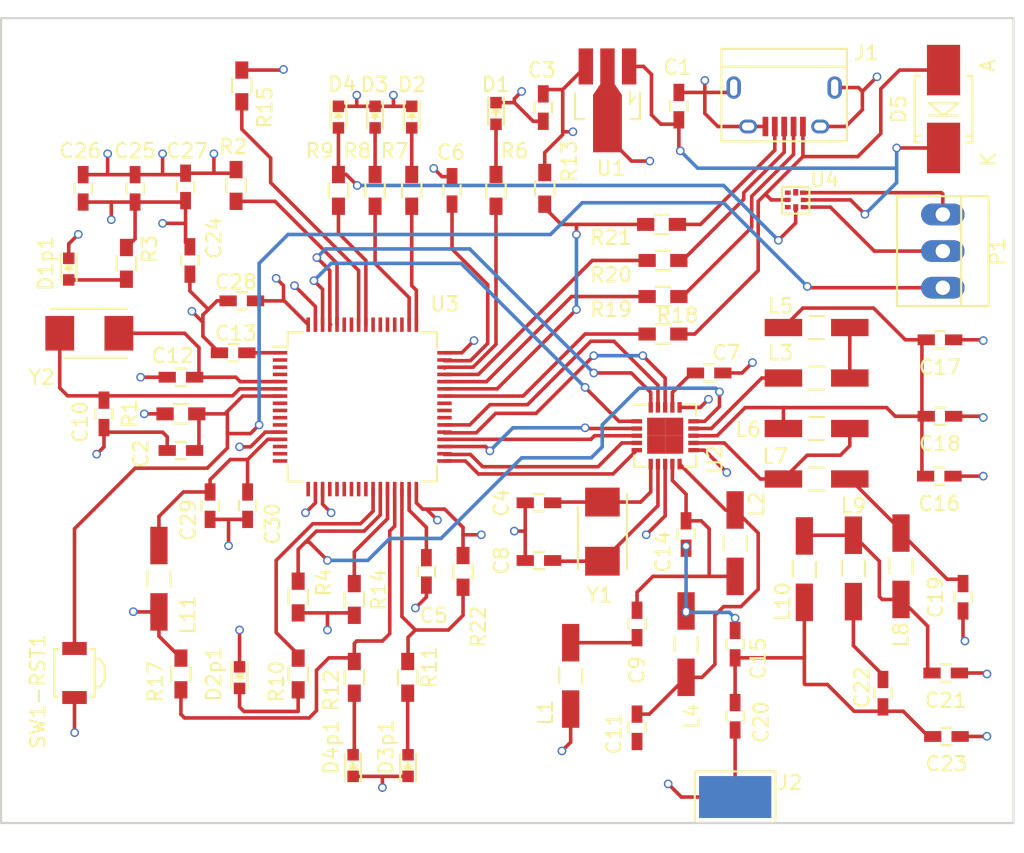
<source format=kicad_pcb>
(kicad_pcb (version 4) (host pcbnew 4.0.4-stable)
  (layers (0 F.Cu signal) (1 In1.Cu signal) (2 In2.Cu signal) (31 B.Cu signal) (35 F.Paste user) (37 F.SilkS user) (39 F.Mask user) (44 Edge.Cuts user))
  (net 0 "")
  (net 1 VIN)
  (net 2 GND)
  (net 3 RST#)
  (net 4 +3V3)
  (net 5 "Net-(C4-Pad1)")
  (net 6 VCAP1)
  (net 7 VCAP2)
  (net 8 "Net-(C7-Pad2)")
  (net 9 "Net-(C8-Pad1)")
  (net 10 "Net-(C14-Pad2)")
  (net 11 "Net-(C9-Pad2)")
  (net 12 "Net-(C10-Pad1)")
  (net 13 "Net-(C11-Pad1)")
  (net 14 "Net-(C12-Pad1)")
  (net 15 VBAT)
  (net 16 "Net-(C14-Pad1)")
  (net 17 "Net-(C15-Pad1)")
  (net 18 "Net-(C16-Pad2)")
  (net 19 "Net-(C19-Pad2)")
  (net 20 "Net-(C20-Pad1)")
  (net 21 "Net-(C21-Pad2)")
  (net 22 "Net-(C22-Pad1)")
  (net 23 A3V3)
  (net 24 "Net-(D1-Pad2)")
  (net 25 "Net-(D1p1-Pad2)")
  (net 26 "Net-(D2-Pad2)")
  (net 27 "Net-(D2p1-Pad2)")
  (net 28 "Net-(D3-Pad2)")
  (net 29 "Net-(D3p1-Pad2)")
  (net 30 LED_BLU)
  (net 31 "Net-(D4p1-Pad2)")
  (net 32 VBUS)
  (net 33 "Net-(J1-Pad2)")
  (net 34 "Net-(J1-Pad3)")
  (net 35 "Net-(J1-Pad4)")
  (net 36 "Net-(L3-Pad1)")
  (net 37 "Net-(L3-Pad2)")
  (net 38 "Net-(L6-Pad1)")
  (net 39 "Net-(P1-Pad1)")
  (net 40 "Net-(P1-Pad2)")
  (net 41 BOOT0-P1)
  (net 42 PB1-SDN)
  (net 43 PA13-RED-P5)
  (net 44 PA14-GRN-P4)
  (net 45 PA15-YEL-P3)
  (net 46 PB4-BLU-P2)
  (net 47 PB0-LED_3)
  (net 48 PB11-LED_2)
  (net 49 PB10-LED_1)
  (net 50 PA10-ID)
  (net 51 PB2-BOOT1-MMA-INT)
  (net 52 PB5-MMA_AVDD)
  (net 53 PA9-VBUS)
  (net 54 PA11-DM)
  (net 55 PA12-DP)
  (net 56 PB9-GPIO_0)
  (net 57 PB14-MISO)
  (net 58 PB15-MOSI)
  (net 59 PB13-SCLK)
  (net 60 PB12-CS)
  (net 61 PC6-GPIO_3)
  (net 62 PC7-GPIO_2)
  (net 63 PB8-GPIO_1)
  (net 64 "Net-(U3-Pad2)")
  (net 65 "Net-(U3-Pad3)")
  (net 66 "Net-(U3-Pad4)")
  (net 67 "Net-(U3-Pad8)")
  (net 68 "Net-(U3-Pad9)")
  (net 69 "Net-(U3-Pad10)")
  (net 70 "Net-(U3-Pad11)")
  (net 71 "Net-(U3-Pad14)")
  (net 72 "Net-(U3-Pad15)")
  (net 73 "Net-(U3-Pad16)")
  (net 74 "Net-(U3-Pad17)")
  (net 75 "Net-(U3-Pad20)")
  (net 76 "Net-(U3-Pad21)")
  (net 77 "Net-(U3-Pad22)")
  (net 78 "Net-(U3-Pad23)")
  (net 79 "Net-(U3-Pad24)")
  (net 80 "Net-(U3-Pad25)")
  (net 81 "Net-(U3-Pad39)")
  (net 82 "Net-(U3-Pad40)")
  (net 83 "Net-(U3-Pad41)")
  (net 84 "Net-(U3-Pad51)")
  (net 85 "Net-(U3-Pad52)")
  (net 86 "Net-(U3-Pad53)")
  (net 87 "Net-(U3-Pad54)")
  (net 88 "Net-(U3-Pad55)")
  (net 89 "Net-(U4-Pad5)")
  (net 90 "Net-(U3-Pad58)")
  (net 91 "Net-(U3-Pad59)")
  (module Connect:USB_Micro-B (layer F.Cu) (at 196 72.75 180)
    (fp_text reference J1 (at -5.7 3.55 180) (layer F.SilkS))
    (fp_text value USB_OTG)
    (pad 1 smd rect (at -1.3009 -1.56254 270) (size 1.35 0.4) (layers F.Cu F.Paste F.Mask) (net 32 VBUS))
    (pad 2 smd rect (at -0.6509 -1.56254 270) (size 1.35 0.4) (layers F.Cu F.Paste F.Mask) (net 33 "Net-(J1-Pad2)"))
    (pad 3 smd rect (at -0.0009 -1.56254 270) (size 1.35 0.4) (layers F.Cu F.Paste F.Mask) (net 34 "Net-(J1-Pad3)"))
    (pad 4 smd rect (at 0.6491 -1.56254 270) (size 1.35 0.4) (layers F.Cu F.Paste F.Mask) (net 35 "Net-(J1-Pad4)"))
    (pad 5 smd rect (at 1.2991 -1.56254 270) (size 1.35 0.4) (layers F.Cu F.Paste F.Mask) (net 2 GND))
    (pad 6 thru_hole oval (at -2.5009 -1.56254 270) (size 0.95 1.25) (drill oval 0.55 0.85) (layers *.Cu *.Mask) (net 2 GND))
    (pad 6 thru_hole oval (at 2.4991 -1.56254 270) (size 0.95 1.25) (drill oval 0.55 0.85) (layers *.Cu *.Mask) (net 2 GND))
    (pad 6 thru_hole oval (at -3.5009 1.13746 270) (size 1.55 1) (drill oval 1.15 0.5) (layers *.Cu *.Mask) (net 2 GND))
    (pad 6 thru_hole oval (at 3.4991 1.13746 270) (size 1.55 1) (drill oval 1.15 0.5) (layers *.Cu *.Mask) (net 2 GND))
  )
  (module Choke_SMD:Choke_SMD_1206_Handsoldering (layer F.Cu) (at 181.2 112.4 90)
    (fp_text reference L1 (at -2.55 -1.75 90) (layer F.SilkS))
    (fp_text value 27n)
    (pad 1 smd rect (at -2.30124 0 90) (size 2.59842 1.19888) (layers F.Cu F.Paste F.Mask) (net 2 GND))
    (pad 2 smd rect (at 2.30124 0 90) (size 2.60096 1.19888) (layers F.Cu F.Paste F.Mask) (net 11 "Net-(C9-Pad2)"))
  )
  (module Choke_SMD:Choke_SMD_1206_Handsoldering (layer F.Cu) (at 192.6 103.2 90)
    (fp_text reference L2 (at 2.7 1.5 90) (layer F.SilkS))
    (fp_text value INDUCTOR)
    (pad 1 smd rect (at -2.30124 0 90) (size 2.59842 1.19888) (layers F.Cu F.Paste F.Mask) (net 10 "Net-(C14-Pad2)"))
    (pad 2 smd rect (at 2.30124 0 90) (size 2.60096 1.19888) (layers F.Cu F.Paste F.Mask) (net 13 "Net-(C11-Pad1)"))
  )
  (module Choke_SMD:Choke_SMD_1206_Handsoldering (layer F.Cu) (at 198.25 91.75)
    (fp_text reference L3 (at -2.5 -1.75) (layer F.SilkS))
    (fp_text value 10n)
    (pad 1 smd rect (at -2.30124 0) (size 2.59842 1.19888) (layers F.Cu F.Paste F.Mask) (net 36 "Net-(L3-Pad1)"))
    (pad 2 smd rect (at 2.30124 0) (size 2.60096 1.19888) (layers F.Cu F.Paste F.Mask) (net 37 "Net-(L3-Pad2)"))
  )
  (module Choke_SMD:Choke_SMD_1206_Handsoldering (layer F.Cu) (at 189.2 110.2 90)
    (fp_text reference L4 (at -5 0.4 90) (layer F.SilkS))
    (fp_text value 39n)
    (pad 1 smd rect (at -2.30124 0 90) (size 2.59842 1.19888) (layers F.Cu F.Paste F.Mask) (net 13 "Net-(C11-Pad1)"))
    (pad 2 smd rect (at 2.30124 0 90) (size 2.60096 1.19888) (layers F.Cu F.Paste F.Mask) (net 16 "Net-(C14-Pad1)"))
  )
  (module Choke_SMD:Choke_SMD_1206_Handsoldering (layer F.Cu) (at 198.25 88.25 180)
    (fp_text reference L5 (at 2.5 1.5 180) (layer F.SilkS))
    (fp_text value 100n)
    (pad 1 smd rect (at -2.30124 0 180) (size 2.59842 1.19888) (layers F.Cu F.Paste F.Mask) (net 37 "Net-(L3-Pad2)"))
    (pad 2 smd rect (at 2.30124 0 180) (size 2.60096 1.19888) (layers F.Cu F.Paste F.Mask) (net 18 "Net-(C16-Pad2)"))
  )
  (module Choke_SMD:Choke_SMD_1206_Handsoldering (layer F.Cu) (at 198.25 95.25 180)
    (fp_text reference L6 (at 4.75 -0.05 180) (layer F.SilkS))
    (fp_text value 150n)
    (pad 1 smd rect (at -2.30124 0 180) (size 2.59842 1.19888) (layers F.Cu F.Paste F.Mask) (net 38 "Net-(L6-Pad1)"))
    (pad 2 smd rect (at 2.30124 0 180) (size 2.60096 1.19888) (layers F.Cu F.Paste F.Mask) (net 18 "Net-(C16-Pad2)"))
  )
  (module Choke_SMD:Choke_SMD_1206_Handsoldering (layer F.Cu) (at 198.25 98.75 180)
    (fp_text reference L7 (at 2.87 1.584 180) (layer F.SilkS))
    (fp_text value 8n2)
    (pad 1 smd rect (at -2.30124 0 180) (size 2.59842 1.19888) (layers F.Cu F.Paste F.Mask) (net 19 "Net-(C19-Pad2)"))
    (pad 2 smd rect (at 2.30124 0 180) (size 2.60096 1.19888) (layers F.Cu F.Paste F.Mask) (net 38 "Net-(L6-Pad1)"))
  )
  (module Choke_SMD:Choke_SMD_1206_Handsoldering (layer F.Cu) (at 204.1 104.8 270)
    (fp_text reference L8 (at 4.75 0 270) (layer F.SilkS))
    (fp_text value 10n)
    (pad 1 smd rect (at -2.30124 0 270) (size 2.59842 1.19888) (layers F.Cu F.Paste F.Mask) (net 19 "Net-(C19-Pad2)"))
    (pad 2 smd rect (at 2.30124 0 270) (size 2.60096 1.19888) (layers F.Cu F.Paste F.Mask) (net 21 "Net-(C21-Pad2)"))
  )
  (module Choke_SMD:Choke_SMD_1206_Handsoldering (layer F.Cu) (at 200.8 104.95 90)
    (fp_text reference L9 (at 4.35 0 360) (layer F.SilkS))
    (fp_text value 6n2)
    (pad 1 smd rect (at -2.30124 0 90) (size 2.59842 1.19888) (layers F.Cu F.Paste F.Mask) (net 22 "Net-(C22-Pad1)"))
    (pad 2 smd rect (at 2.30124 0 90) (size 2.60096 1.19888) (layers F.Cu F.Paste F.Mask) (net 21 "Net-(C21-Pad2)"))
  )
  (module Choke_SMD:Choke_SMD_1206_Handsoldering (layer F.Cu) (at 197.4 105 270)
    (fp_text reference L10 (at 2.25 1.5 270) (layer F.SilkS))
    (fp_text value 10n)
    (pad 1 smd rect (at -2.30124 0 270) (size 2.59842 1.19888) (layers F.Cu F.Paste F.Mask) (net 21 "Net-(C21-Pad2)"))
    (pad 2 smd rect (at 2.30124 0 270) (size 2.60096 1.19888) (layers F.Cu F.Paste F.Mask) (net 17 "Net-(C15-Pad1)"))
  )
  (module Choke_SMD:Choke_SMD_1206_Handsoldering (layer F.Cu) (at 152.654 105.664 90)
    (fp_text reference L11 (at -2.5 2 90) (layer F.SilkS))
    (fp_text value 1k)
    (pad 1 smd rect (at -2.30124 0 90) (size 2.59842 1.19888) (layers F.Cu F.Paste F.Mask) (net 4 +3V3))
    (pad 2 smd rect (at 2.30124 0 90) (size 2.60096 1.19888) (layers F.Cu F.Paste F.Mask) (net 23 A3V3))
  )
  (module TO_SOT_Packages_SMD:SOT89-3_Housing_Handsoldering (layer F.Cu) (at 183.75 72.5 180)
    (fp_text reference U1 (at -0.25 -4.7 180) (layer F.SilkS))
    (fp_text value MCP1754ST-1802E/MB)
    (pad 1 smd rect (at -1.50114 2.35204 180) (size 1.00076 2.5019) (layers F.Cu F.Paste F.Mask) (net 1 VIN))
    (pad 2 smd rect (at 0 2.35204 180) (size 1.00076 2.5019) (layers F.Cu F.Paste F.Mask) (net 2 GND))
    (pad 3 smd rect (at 1.50114 2.35204 180) (size 1.00076 2.5019) (layers F.Cu F.Paste F.Mask) (net 4 +3V3))
    (pad 2 smd rect (at 0 -1.6002 180) (size 1.99898 4.0005) (layers F.Cu F.Paste F.Mask) (net 2 GND))
    (pad 2 smd trapezoid (at 0 0.7493) (size 1.50114 0.7493) (rect_delta 0 0.50038) (layers F.Cu F.Paste F.Mask) (net 2 GND))
  )
  (module Housings_DFN_QFN:QFN-20-1EP_4x4mm_Pitch0.5mm (layer F.Cu) (at 187.75 95.75)
    (fp_text reference U2 (at 3.45 1.65 90) (layer F.SilkS))
    (fp_text value SPIRIT1)
    (pad 1 smd rect (at -1.965 -1) (size 0.73 0.3) (layers F.Cu F.Paste F.Mask) (net 56 PB9-GPIO_0))
    (pad 2 smd rect (at -1.965 -0.5) (size 0.73 0.3) (layers F.Cu F.Paste F.Mask) (net 57 PB14-MISO))
    (pad 3 smd rect (at -1.965 0) (size 0.73 0.3) (layers F.Cu F.Paste F.Mask) (net 58 PB15-MOSI))
    (pad 4 smd rect (at -1.965 0.5) (size 0.73 0.3) (layers F.Cu F.Paste F.Mask) (net 59 PB13-SCLK))
    (pad 5 smd rect (at -1.965 1) (size 0.73 0.3) (layers F.Cu F.Paste F.Mask) (net 60 PB12-CS))
    (pad 6 smd rect (at -1 1.965 90) (size 0.73 0.3) (layers F.Cu F.Paste F.Mask) (net 5 "Net-(C4-Pad1)"))
    (pad 7 smd rect (at -0.5 1.965 90) (size 0.73 0.3) (layers F.Cu F.Paste F.Mask) (net 9 "Net-(C8-Pad1)"))
    (pad 8 smd rect (at 0 1.965 90) (size 0.73 0.3) (layers F.Cu F.Paste F.Mask) (net 4 +3V3))
    (pad 9 smd rect (at 0.5 1.965 90) (size 0.73 0.3) (layers F.Cu F.Paste F.Mask) (net 10 "Net-(C14-Pad2)"))
    (pad 10 smd rect (at 1 1.965 90) (size 0.73 0.3) (layers F.Cu F.Paste F.Mask) (net 13 "Net-(C11-Pad1)"))
    (pad 11 smd rect (at 1.965 1) (size 0.73 0.3) (layers F.Cu F.Paste F.Mask) (net 2 GND))
    (pad 12 smd rect (at 1.965 0.5) (size 0.73 0.3) (layers F.Cu F.Paste F.Mask) (net 38 "Net-(L6-Pad1)"))
    (pad 13 smd rect (at 1.965 0) (size 0.73 0.3) (layers F.Cu F.Paste F.Mask) (net 18 "Net-(C16-Pad2)"))
    (pad 14 smd rect (at 1.965 -0.5) (size 0.73 0.3) (layers F.Cu F.Paste F.Mask) (net 36 "Net-(L3-Pad1)"))
    (pad 15 smd rect (at 1.965 -1) (size 0.73 0.3) (layers F.Cu F.Paste F.Mask) (net 42 PB1-SDN))
    (pad 16 smd rect (at 1 -1.965 90) (size 0.73 0.3) (layers F.Cu F.Paste F.Mask) (net 4 +3V3))
    (pad 17 smd rect (at 0.5 -1.965 90) (size 0.73 0.3) (layers F.Cu F.Paste F.Mask) (net 8 "Net-(C7-Pad2)"))
    (pad 18 smd rect (at 0 -1.965 90) (size 0.73 0.3) (layers F.Cu F.Paste F.Mask) (net 61 PC6-GPIO_3))
    (pad 19 smd rect (at -0.5 -1.965 90) (size 0.73 0.3) (layers F.Cu F.Paste F.Mask) (net 62 PC7-GPIO_2))
    (pad 20 smd rect (at -1 -1.965 90) (size 0.73 0.3) (layers F.Cu F.Paste F.Mask) (net 63 PB8-GPIO_1))
    (pad 21 smd rect (at 0.625 0.625) (size 1.25 1.25) (layers F.Cu F.Paste F.Mask))
    (pad 21 smd rect (at 0.625 -0.625) (size 1.25 1.25) (layers F.Cu F.Paste F.Mask))
    (pad 21 smd rect (at -0.625 0.625) (size 1.25 1.25) (layers F.Cu F.Paste F.Mask))
    (pad 21 smd rect (at -0.625 -0.625) (size 1.25 1.25) (layers F.Cu F.Paste F.Mask))
  )
  (module Housings_QFP:LQFP-64_10x10mm_Pitch0.5mm (layer F.Cu) (at 166.75 93.75)
    (fp_text reference U3 (at 5.716 -7.136) (layer F.SilkS))
    (fp_text value STM32F405RGTx)
    (pad 1 smd rect (at -5.7 -3.75) (size 1 0.25) (layers F.Cu F.Paste F.Mask) (net 15 VBAT))
    (pad 2 smd rect (at -5.7 -3.25) (size 1 0.25) (layers F.Cu F.Paste F.Mask) (net 64 "Net-(U3-Pad2)"))
    (pad 3 smd rect (at -5.7 -2.75) (size 1 0.25) (layers F.Cu F.Paste F.Mask) (net 65 "Net-(U3-Pad3)"))
    (pad 4 smd rect (at -5.7 -2.25) (size 1 0.25) (layers F.Cu F.Paste F.Mask) (net 66 "Net-(U3-Pad4)"))
    (pad 5 smd rect (at -5.7 -1.75) (size 1 0.25) (layers F.Cu F.Paste F.Mask) (net 14 "Net-(C12-Pad1)"))
    (pad 6 smd rect (at -5.7 -1.25) (size 1 0.25) (layers F.Cu F.Paste F.Mask) (net 12 "Net-(C10-Pad1)"))
    (pad 7 smd rect (at -5.7 -0.75) (size 1 0.25) (layers F.Cu F.Paste F.Mask) (net 3 RST#))
    (pad 8 smd rect (at -5.7 -0.25) (size 1 0.25) (layers F.Cu F.Paste F.Mask) (net 67 "Net-(U3-Pad8)"))
    (pad 9 smd rect (at -5.7 0.25) (size 1 0.25) (layers F.Cu F.Paste F.Mask) (net 68 "Net-(U3-Pad9)"))
    (pad 10 smd rect (at -5.7 0.75) (size 1 0.25) (layers F.Cu F.Paste F.Mask) (net 69 "Net-(U3-Pad10)"))
    (pad 11 smd rect (at -5.7 1.25) (size 1 0.25) (layers F.Cu F.Paste F.Mask) (net 70 "Net-(U3-Pad11)"))
    (pad 12 smd rect (at -5.7 1.75) (size 1 0.25) (layers F.Cu F.Paste F.Mask) (net 2 GND))
    (pad 13 smd rect (at -5.7 2.25) (size 1 0.25) (layers F.Cu F.Paste F.Mask) (net 23 A3V3))
    (pad 14 smd rect (at -5.7 2.75) (size 1 0.25) (layers F.Cu F.Paste F.Mask) (net 71 "Net-(U3-Pad14)"))
    (pad 15 smd rect (at -5.7 3.25) (size 1 0.25) (layers F.Cu F.Paste F.Mask) (net 72 "Net-(U3-Pad15)"))
    (pad 16 smd rect (at -5.7 3.75) (size 1 0.25) (layers F.Cu F.Paste F.Mask) (net 73 "Net-(U3-Pad16)"))
    (pad 17 smd rect (at -3.75 5.7 90) (size 1 0.25) (layers F.Cu F.Paste F.Mask) (net 74 "Net-(U3-Pad17)"))
    (pad 18 smd rect (at -3.25 5.7 90) (size 1 0.25) (layers F.Cu F.Paste F.Mask) (net 2 GND))
    (pad 19 smd rect (at -2.75 5.7 90) (size 1 0.25) (layers F.Cu F.Paste F.Mask) (net 4 +3V3))
    (pad 20 smd rect (at -2.25 5.7 90) (size 1 0.25) (layers F.Cu F.Paste F.Mask) (net 75 "Net-(U3-Pad20)"))
    (pad 21 smd rect (at -1.75 5.7 90) (size 1 0.25) (layers F.Cu F.Paste F.Mask) (net 76 "Net-(U3-Pad21)"))
    (pad 22 smd rect (at -1.25 5.7 90) (size 1 0.25) (layers F.Cu F.Paste F.Mask) (net 77 "Net-(U3-Pad22)"))
    (pad 23 smd rect (at -0.75 5.7 90) (size 1 0.25) (layers F.Cu F.Paste F.Mask) (net 78 "Net-(U3-Pad23)"))
    (pad 24 smd rect (at -0.25 5.7 90) (size 1 0.25) (layers F.Cu F.Paste F.Mask) (net 79 "Net-(U3-Pad24)"))
    (pad 25 smd rect (at 0.25 5.7 90) (size 1 0.25) (layers F.Cu F.Paste F.Mask) (net 80 "Net-(U3-Pad25)"))
    (pad 26 smd rect (at 0.75 5.7 90) (size 1 0.25) (layers F.Cu F.Paste F.Mask) (net 47 PB0-LED_3))
    (pad 27 smd rect (at 1.25 5.7 90) (size 1 0.25) (layers F.Cu F.Paste F.Mask) (net 42 PB1-SDN))
    (pad 28 smd rect (at 1.75 5.7 90) (size 1 0.25) (layers F.Cu F.Paste F.Mask) (net 51 PB2-BOOT1-MMA-INT))
    (pad 29 smd rect (at 2.25 5.7 90) (size 1 0.25) (layers F.Cu F.Paste F.Mask) (net 49 PB10-LED_1))
    (pad 30 smd rect (at 2.75 5.7 90) (size 1 0.25) (layers F.Cu F.Paste F.Mask) (net 48 PB11-LED_2))
    (pad 31 smd rect (at 3.25 5.7 90) (size 1 0.25) (layers F.Cu F.Paste F.Mask) (net 6 VCAP1))
    (pad 32 smd rect (at 3.75 5.7 90) (size 1 0.25) (layers F.Cu F.Paste F.Mask) (net 4 +3V3))
    (pad 33 smd rect (at 5.7 3.75) (size 1 0.25) (layers F.Cu F.Paste F.Mask) (net 60 PB12-CS))
    (pad 34 smd rect (at 5.7 3.25) (size 1 0.25) (layers F.Cu F.Paste F.Mask) (net 59 PB13-SCLK))
    (pad 35 smd rect (at 5.7 2.75) (size 1 0.25) (layers F.Cu F.Paste F.Mask) (net 57 PB14-MISO))
    (pad 36 smd rect (at 5.7 2.25) (size 1 0.25) (layers F.Cu F.Paste F.Mask) (net 58 PB15-MOSI))
    (pad 37 smd rect (at 5.7 1.75) (size 1 0.25) (layers F.Cu F.Paste F.Mask) (net 61 PC6-GPIO_3))
    (pad 38 smd rect (at 5.7 1.25) (size 1 0.25) (layers F.Cu F.Paste F.Mask) (net 62 PC7-GPIO_2))
    (pad 39 smd rect (at 5.7 0.75) (size 1 0.25) (layers F.Cu F.Paste F.Mask) (net 81 "Net-(U3-Pad39)"))
    (pad 40 smd rect (at 5.7 0.25) (size 1 0.25) (layers F.Cu F.Paste F.Mask) (net 82 "Net-(U3-Pad40)"))
    (pad 41 smd rect (at 5.7 -0.25) (size 1 0.25) (layers F.Cu F.Paste F.Mask) (net 83 "Net-(U3-Pad41)"))
    (pad 42 smd rect (at 5.7 -0.75) (size 1 0.25) (layers F.Cu F.Paste F.Mask) (net 53 PA9-VBUS))
    (pad 43 smd rect (at 5.7 -1.25) (size 1 0.25) (layers F.Cu F.Paste F.Mask) (net 50 PA10-ID))
    (pad 44 smd rect (at 5.7 -1.75) (size 1 0.25) (layers F.Cu F.Paste F.Mask) (net 54 PA11-DM))
    (pad 45 smd rect (at 5.7 -2.25) (size 1 0.25) (layers F.Cu F.Paste F.Mask) (net 55 PA12-DP))
    (pad 46 smd rect (at 5.7 -2.75) (size 1 0.25) (layers F.Cu F.Paste F.Mask) (net 43 PA13-RED-P5))
    (pad 47 smd rect (at 5.7 -3.25) (size 1 0.25) (layers F.Cu F.Paste F.Mask) (net 7 VCAP2))
    (pad 48 smd rect (at 5.7 -3.75) (size 1 0.25) (layers F.Cu F.Paste F.Mask) (net 4 +3V3))
    (pad 49 smd rect (at 3.75 -5.7 90) (size 1 0.25) (layers F.Cu F.Paste F.Mask) (net 44 PA14-GRN-P4))
    (pad 50 smd rect (at 3.25 -5.7 90) (size 1 0.25) (layers F.Cu F.Paste F.Mask) (net 45 PA15-YEL-P3))
    (pad 51 smd rect (at 2.75 -5.7 90) (size 1 0.25) (layers F.Cu F.Paste F.Mask) (net 84 "Net-(U3-Pad51)"))
    (pad 52 smd rect (at 2.25 -5.7 90) (size 1 0.25) (layers F.Cu F.Paste F.Mask) (net 85 "Net-(U3-Pad52)"))
    (pad 53 smd rect (at 1.75 -5.7 90) (size 1 0.25) (layers F.Cu F.Paste F.Mask) (net 86 "Net-(U3-Pad53)"))
    (pad 54 smd rect (at 1.25 -5.7 90) (size 1 0.25) (layers F.Cu F.Paste F.Mask) (net 87 "Net-(U3-Pad54)"))
    (pad 55 smd rect (at 0.75 -5.7 90) (size 1 0.25) (layers F.Cu F.Paste F.Mask) (net 88 "Net-(U3-Pad55)"))
    (pad 56 smd rect (at 0.25 -5.7 90) (size 1 0.25) (layers F.Cu F.Paste F.Mask) (net 46 PB4-BLU-P2))
    (pad 57 smd rect (at -0.25 -5.7 90) (size 1 0.25) (layers F.Cu F.Paste F.Mask) (net 52 PB5-MMA_AVDD))
    (pad 58 smd rect (at -0.75 -5.7 90) (size 1 0.25) (layers F.Cu F.Paste F.Mask) (net 90 "Net-(U3-Pad58)"))
    (pad 59 smd rect (at -1.25 -5.7 90) (size 1 0.25) (layers F.Cu F.Paste F.Mask) (net 91 "Net-(U3-Pad59)"))
    (pad 60 smd rect (at -1.75 -5.7 90) (size 1 0.25) (layers F.Cu F.Paste F.Mask) (net 41 BOOT0-P1))
    (pad 61 smd rect (at -2.25 -5.7 90) (size 1 0.25) (layers F.Cu F.Paste F.Mask) (net 63 PB8-GPIO_1))
    (pad 62 smd rect (at -2.75 -5.7 90) (size 1 0.25) (layers F.Cu F.Paste F.Mask) (net 56 PB9-GPIO_0))
    (pad 63 smd rect (at -3.25 -5.7 90) (size 1 0.25) (layers F.Cu F.Paste F.Mask) (net 2 GND))
    (pad 64 smd rect (at -3.75 -5.7 90) (size 1 0.25) (layers F.Cu F.Paste F.Mask) (net 4 +3V3))
  )
  (module external_Housings_DFN_QFN:UQFN_1.5mm_x_1.5mm (layer F.Cu) (at 196.8 79.4 180)
    (fp_text reference U4 (at -2 1.4 180) (layer F.SilkS))
    (fp_text value TPS22933 hide)
    (pad 7 smd rect (at 0.55 0.5 270) (size 0.3 0.4) (layers F.Cu F.Paste F.Mask) (clearance 0.07))
    (pad 6 smd rect (at 0.55 0 270) (size 0.3 0.4) (layers F.Cu F.Paste F.Mask) (net 32 VBUS) (clearance 0.07))
    (pad 5 smd rect (at 0.55 -0.5 270) (size 0.3 0.4) (layers F.Cu F.Paste F.Mask) (net 89 "Net-(U4-Pad5)") (clearance 0.07))
    (pad 4 smd rect (at 0 -0.525 180) (size 0.35 0.45) (layers F.Cu F.Paste F.Mask) (net 30 LED_BLU) (clearance 0.07))
    (pad 2 smd rect (at -0.55 0 270) (size 0.3 0.4) (layers F.Cu F.Paste F.Mask) (net 1 VIN) (clearance 0.07))
    (pad 1 smd rect (at -0.525 0.5 270) (size 0.3 0.45) (layers F.Cu F.Paste F.Mask) (net 39 "Net-(P1-Pad1)") (clearance 0.05))
    (pad 3 smd rect (at -0.55 -0.5 270) (size 0.3 0.4) (layers F.Cu F.Paste F.Mask) (net 40 "Net-(P1-Pad2)") (clearance 0.07))
    (pad 8 smd rect (at 0 0.525 180) (size 0.35 0.45) (layers F.Cu F.Paste F.Mask) (clearance 0.07))
  )
  (module Crystals:Crystal_SMD_5032_2Pads (layer F.Cu) (at 183.4 102.4 270)
    (fp_text reference Y1 (at 4.4 0.2 360) (layer F.SilkS))
    (fp_text value Crystal)
    (pad 1 smd rect (at -2.05 0 270) (size 2 2.4) (layers F.Cu F.Paste F.Mask) (net 5 "Net-(C4-Pad1)"))
    (pad 2 smd rect (at 2.05 0 270) (size 2 2.4) (layers F.Cu F.Paste F.Mask) (net 9 "Net-(C8-Pad1)"))
  )
  (module Crystals:Crystal_SMD_5032_2Pads (layer F.Cu) (at 147.828 88.646)
    (fp_text reference Y2 (at -3.302 3.048) (layer F.SilkS))
    (fp_text value 8MHz)
    (pad 1 smd rect (at -2.05 0) (size 2 2.4) (layers F.Cu F.Paste F.Mask) (net 12 "Net-(C10-Pad1)"))
    (pad 2 smd rect (at 2.05 0) (size 2 2.4) (layers F.Cu F.Paste F.Mask) (net 14 "Net-(C12-Pad1)"))
  )
  (module Diodes_SMD:SMB_Handsoldering (layer F.Cu) (at 207.05 73.1 90)
    (fp_text reference D5 (at 0 -3.1 90) (layer F.SilkS))
    (fp_text value "D_Schottky 1N5819")
    (fp_text user K (at -3.5 3.1 90) (layer F.SilkS))
    (fp_text user A (at 3 3.05 90) (layer F.SilkS))
    (pad 1 smd rect (at -2.70002 0 90) (size 3.50012 2.30124) (layers F.Cu F.Paste F.Mask) (net 1 VIN))
    (pad 2 smd rect (at 2.70002 0 90) (size 3.50012 2.30124) (layers F.Cu F.Paste F.Mask) (net 32 VBUS))
  )
  (module Connect:PINHEAD1-3 (layer F.Cu) (at 207 82.95 270)
    (fp_text reference P1 (at 0.05 -3.8 270) (layer F.SilkS))
    (fp_text value CONN_01X02)
    (pad 1 thru_hole oval (at -2.54 0 270) (size 1.50622 3.01498) (drill 0.99822) (layers *.Cu *.Mask) (net 39 "Net-(P1-Pad1)"))
    (pad 2 thru_hole oval (at 0 0 270) (size 1.50622 3.01498) (drill 0.99822) (layers *.Cu *.Mask) (net 40 "Net-(P1-Pad2)"))
    (pad 3 thru_hole oval (at 2.54 0 270) (size 1.50622 3.01498) (drill 0.99822) (layers *.Cu *.Mask) (net 3 RST#))
  )
  (module Buttons_Switches_SMD:SW_SPST_B3U-3000P-B (layer F.Cu) (at 146.8 112.2 270)
    (fp_text reference SW1-RST1 (at 1.27 2.54 270) (layer F.SilkS))
    (fp_text value SPST)
    (pad 1 smd rect (at -1.7 0 270) (size 0.9 1.7) (layers F.Cu F.Paste F.Mask) (net 3 RST#))
    (pad 2 smd rect (at 1.7 0 270) (size 0.9 1.7) (layers F.Cu F.Paste F.Mask) (net 2 GND))
    (pad "" np_thru_hole circle (at 0 0 270) (size 0.8 0.8) (drill 0.8) (layers *.Cu *.Mask))
  )
  (module Capacitors_SMD:C_0603_HandSoldering (layer F.Cu) (at 188.7 72.9 90)
    (fp_text reference C1 (at 2.7 -0.1 180) (layer F.SilkS))
    (fp_text value 2u2)
    (pad 1 smd rect (at -0.95 0 90) (size 1.2 0.75) (layers F.Cu F.Paste F.Mask) (net 1 VIN))
    (pad 2 smd rect (at 0.95 0 90) (size 1.2 0.75) (layers F.Cu F.Paste F.Mask) (net 2 GND))
  )
  (module Capacitors_SMD:C_0603_HandSoldering (layer F.Cu) (at 154.178 96.774 180)
    (fp_text reference C2 (at 2.778 -0.226 270) (layer F.SilkS))
    (fp_text value 100n)
    (pad 1 smd rect (at -0.95 0 180) (size 1.2 0.75) (layers F.Cu F.Paste F.Mask) (net 3 RST#))
    (pad 2 smd rect (at 0.95 0 180) (size 1.2 0.75) (layers F.Cu F.Paste F.Mask) (net 2 GND))
  )
  (module Capacitors_SMD:C_0603_HandSoldering (layer F.Cu) (at 179.3 73 270)
    (fp_text reference C3 (at -2.6 0.1 360) (layer F.SilkS))
    (fp_text value 2u2)
    (pad 1 smd rect (at -0.95 0 270) (size 1.2 0.75) (layers F.Cu F.Paste F.Mask) (net 4 +3V3))
    (pad 2 smd rect (at 0.95 0 270) (size 1.2 0.75) (layers F.Cu F.Paste F.Mask) (net 2 GND))
  )
  (module Capacitors_SMD:C_0603_HandSoldering (layer F.Cu) (at 179 100.4 180)
    (fp_text reference C4 (at 2.6 0 450) (layer F.SilkS))
    (fp_text value 12p)
    (pad 1 smd rect (at -0.95 0 180) (size 1.2 0.75) (layers F.Cu F.Paste F.Mask) (net 5 "Net-(C4-Pad1)"))
    (pad 2 smd rect (at 0.95 0 180) (size 1.2 0.75) (layers F.Cu F.Paste F.Mask) (net 2 GND))
  )
  (module Capacitors_SMD:C_0603_HandSoldering (layer F.Cu) (at 171.196 105.156 270)
    (fp_text reference C5 (at 3.048 -0.508 360) (layer F.SilkS))
    (fp_text value 2u2)
    (pad 1 smd rect (at -0.95 0 270) (size 1.2 0.75) (layers F.Cu F.Paste F.Mask) (net 6 VCAP1))
    (pad 2 smd rect (at 0.95 0 270) (size 1.2 0.75) (layers F.Cu F.Paste F.Mask) (net 2 GND))
  )
  (module Capacitors_SMD:C_0603_HandSoldering (layer F.Cu) (at 172.974 78.74 90)
    (fp_text reference C6 (at 2.64 -0.074 180) (layer F.SilkS))
    (fp_text value 2u2)
    (pad 1 smd rect (at -0.95 0 90) (size 1.2 0.75) (layers F.Cu F.Paste F.Mask) (net 7 VCAP2))
    (pad 2 smd rect (at 0.95 0 90) (size 1.2 0.75) (layers F.Cu F.Paste F.Mask) (net 2 GND))
  )
  (module Capacitors_SMD:C_0603_HandSoldering (layer F.Cu) (at 190.8 91.4 180)
    (fp_text reference C7 (at -1.2 1.4 180) (layer F.SilkS))
    (fp_text value 100n)
    (pad 1 smd rect (at -0.95 0 180) (size 1.2 0.75) (layers F.Cu F.Paste F.Mask) (net 2 GND))
    (pad 2 smd rect (at 0.95 0 180) (size 1.2 0.75) (layers F.Cu F.Paste F.Mask) (net 8 "Net-(C7-Pad2)"))
  )
  (module Capacitors_SMD:C_0603_HandSoldering (layer F.Cu) (at 179 104.4 180)
    (fp_text reference C8 (at 2.6 0 450) (layer F.SilkS))
    (fp_text value 10p)
    (pad 1 smd rect (at -0.95 0 180) (size 1.2 0.75) (layers F.Cu F.Paste F.Mask) (net 9 "Net-(C8-Pad1)"))
    (pad 2 smd rect (at 0.95 0 180) (size 1.2 0.75) (layers F.Cu F.Paste F.Mask) (net 2 GND))
  )
  (module Capacitors_SMD:C_0603_HandSoldering (layer F.Cu) (at 185.8 108.8 270)
    (fp_text reference C9 (at 3.2 0 270) (layer F.SilkS))
    (fp_text value 220p)
    (pad 1 smd rect (at -0.95 0 270) (size 1.2 0.75) (layers F.Cu F.Paste F.Mask) (net 10 "Net-(C14-Pad2)"))
    (pad 2 smd rect (at 0.95 0 270) (size 1.2 0.75) (layers F.Cu F.Paste F.Mask) (net 11 "Net-(C9-Pad2)"))
  )
  (module Capacitors_SMD:C_0603_HandSoldering (layer F.Cu) (at 148.844 94.234 270)
    (fp_text reference C10 (at 0.566 1.644 270) (layer F.SilkS))
    (fp_text value 18p)
    (pad 1 smd rect (at -0.95 0 270) (size 1.2 0.75) (layers F.Cu F.Paste F.Mask) (net 12 "Net-(C10-Pad1)"))
    (pad 2 smd rect (at 0.95 0 270) (size 1.2 0.75) (layers F.Cu F.Paste F.Mask) (net 2 GND))
  )
  (module Capacitors_SMD:C_0603_HandSoldering (layer F.Cu) (at 185.8 116 270)
    (fp_text reference C11 (at 0.4 1.6 270) (layer F.SilkS))
    (fp_text value 2p2)
    (pad 1 smd rect (at -0.95 0 270) (size 1.2 0.75) (layers F.Cu F.Paste F.Mask) (net 13 "Net-(C11-Pad1)"))
    (pad 2 smd rect (at 0.95 0 270) (size 1.2 0.75) (layers F.Cu F.Paste F.Mask) (net 2 GND))
  )
  (module Capacitors_SMD:C_0603_HandSoldering (layer F.Cu) (at 154.178 91.694 180)
    (fp_text reference C12 (at 0.578 1.494 360) (layer F.SilkS))
    (fp_text value 18p)
    (pad 1 smd rect (at -0.95 0 180) (size 1.2 0.75) (layers F.Cu F.Paste F.Mask) (net 14 "Net-(C12-Pad1)"))
    (pad 2 smd rect (at 0.95 0 180) (size 1.2 0.75) (layers F.Cu F.Paste F.Mask) (net 2 GND))
  )
  (module Capacitors_SMD:C_0603_HandSoldering (layer F.Cu) (at 157.8 90 180)
    (fp_text reference C13 (at -0.188 1.354 180) (layer F.SilkS))
    (fp_text value 100n)
    (pad 1 smd rect (at -0.95 0 180) (size 1.2 0.75) (layers F.Cu F.Paste F.Mask) (net 15 VBAT))
    (pad 2 smd rect (at 0.95 0 180) (size 1.2 0.75) (layers F.Cu F.Paste F.Mask) (net 2 GND))
  )
  (module Capacitors_SMD:C_0603_HandSoldering (layer F.Cu) (at 189.2 102.6 90)
    (fp_text reference C14 (at -1.2 -1.6 90) (layer F.SilkS))
    (fp_text value 3p3)
    (pad 1 smd rect (at -0.95 0 90) (size 1.2 0.75) (layers F.Cu F.Paste F.Mask) (net 16 "Net-(C14-Pad1)"))
    (pad 2 smd rect (at 0.95 0 90) (size 1.2 0.75) (layers F.Cu F.Paste F.Mask) (net 10 "Net-(C14-Pad2)"))
  )
  (module Capacitors_SMD:C_0603_HandSoldering (layer F.Cu) (at 192.6 110.2 90)
    (fp_text reference C15 (at -1 1.6 90) (layer F.SilkS))
    (fp_text value 220p)
    (pad 1 smd rect (at -0.95 0 90) (size 1.2 0.75) (layers F.Cu F.Paste F.Mask) (net 17 "Net-(C15-Pad1)"))
    (pad 2 smd rect (at 0.95 0 90) (size 1.2 0.75) (layers F.Cu F.Paste F.Mask) (net 16 "Net-(C14-Pad1)"))
  )
  (module Capacitors_SMD:C_0603_HandSoldering (layer F.Cu) (at 206.756 98.552 180)
    (fp_text reference C16 (at 0 -1.9 180) (layer F.SilkS))
    (fp_text value 330p)
    (pad 1 smd rect (at -0.95 0 180) (size 1.2 0.75) (layers F.Cu F.Paste F.Mask) (net 2 GND))
    (pad 2 smd rect (at 0.95 0 180) (size 1.2 0.75) (layers F.Cu F.Paste F.Mask) (net 18 "Net-(C16-Pad2)"))
  )
  (module Capacitors_SMD:C_0603_HandSoldering (layer F.Cu) (at 206.8 89.1 180)
    (fp_text reference C17 (at 0 -1.9 180) (layer F.SilkS))
    (fp_text value 100n)
    (pad 1 smd rect (at -0.95 0 180) (size 1.2 0.75) (layers F.Cu F.Paste F.Mask) (net 2 GND))
    (pad 2 smd rect (at 0.95 0 180) (size 1.2 0.75) (layers F.Cu F.Paste F.Mask) (net 18 "Net-(C16-Pad2)"))
  )
  (module Capacitors_SMD:C_0603_HandSoldering (layer F.Cu) (at 206.8 94.4 180)
    (fp_text reference C18 (at 0 -1.9 180) (layer F.SilkS))
    (fp_text value 1u)
    (pad 1 smd rect (at -0.95 0 180) (size 1.2 0.75) (layers F.Cu F.Paste F.Mask) (net 2 GND))
    (pad 2 smd rect (at 0.95 0 180) (size 1.2 0.75) (layers F.Cu F.Paste F.Mask) (net 18 "Net-(C16-Pad2)"))
  )
  (module Capacitors_SMD:C_0603_HandSoldering (layer F.Cu) (at 208.4 106.95 90)
    (fp_text reference C19 (at 0 -1.9 90) (layer F.SilkS))
    (fp_text value 8p2)
    (pad 1 smd rect (at -0.95 0 90) (size 1.2 0.75) (layers F.Cu F.Paste F.Mask) (net 2 GND))
    (pad 2 smd rect (at 0.95 0 90) (size 1.2 0.75) (layers F.Cu F.Paste F.Mask) (net 19 "Net-(C19-Pad2)"))
  )
  (module Capacitors_SMD:C_0603_HandSoldering (layer F.Cu) (at 192.6 115.2 90)
    (fp_text reference C20 (at -0.4 1.8 90) (layer F.SilkS))
    (fp_text value 220p)
    (pad 1 smd rect (at -0.95 0 90) (size 1.2 0.75) (layers F.Cu F.Paste F.Mask) (net 20 "Net-(C20-Pad1)"))
    (pad 2 smd rect (at 0.95 0 90) (size 1.2 0.75) (layers F.Cu F.Paste F.Mask) (net 17 "Net-(C15-Pad1)"))
  )
  (module Capacitors_SMD:C_0603_HandSoldering (layer F.Cu) (at 207.2 112.2 180)
    (fp_text reference C21 (at 0 -1.9 180) (layer F.SilkS))
    (fp_text value 18p)
    (pad 1 smd rect (at -0.95 0 180) (size 1.2 0.75) (layers F.Cu F.Paste F.Mask) (net 2 GND))
    (pad 2 smd rect (at 0.95 0 180) (size 1.2 0.75) (layers F.Cu F.Paste F.Mask) (net 21 "Net-(C21-Pad2)"))
  )
  (module Capacitors_SMD:C_0603_HandSoldering (layer F.Cu) (at 202.85 113.6 270)
    (fp_text reference C22 (at -0.4 1.45 270) (layer F.SilkS))
    (fp_text value 1p8)
    (pad 1 smd rect (at -0.95 0 270) (size 1.2 0.75) (layers F.Cu F.Paste F.Mask) (net 22 "Net-(C22-Pad1)"))
    (pad 2 smd rect (at 0.95 0 270) (size 1.2 0.75) (layers F.Cu F.Paste F.Mask) (net 17 "Net-(C15-Pad1)"))
  )
  (module Capacitors_SMD:C_0603_HandSoldering (layer F.Cu) (at 207.25 116.6 180)
    (fp_text reference C23 (at 0 -1.9 180) (layer F.SilkS))
    (fp_text value 10p)
    (pad 1 smd rect (at -0.95 0 180) (size 1.2 0.75) (layers F.Cu F.Paste F.Mask) (net 2 GND))
    (pad 2 smd rect (at 0.95 0 180) (size 1.2 0.75) (layers F.Cu F.Paste F.Mask) (net 17 "Net-(C15-Pad1)"))
  )
  (module Capacitors_SMD:C_0603_HandSoldering (layer F.Cu) (at 154.8 83.6 270)
    (fp_text reference C24 (at -1.558 -1.664 450) (layer F.SilkS))
    (fp_text value 4u7)
    (pad 1 smd rect (at -0.95 0 270) (size 1.2 0.75) (layers F.Cu F.Paste F.Mask) (net 4 +3V3))
    (pad 2 smd rect (at 0.95 0 270) (size 1.2 0.75) (layers F.Cu F.Paste F.Mask) (net 2 GND))
  )
  (module Capacitors_SMD:C_0603_HandSoldering (layer F.Cu) (at 151 78.6 90)
    (fp_text reference C25 (at 2.6 0 180) (layer F.SilkS))
    (fp_text value 100n)
    (pad 1 smd rect (at -0.95 0 90) (size 1.2 0.75) (layers F.Cu F.Paste F.Mask) (net 4 +3V3))
    (pad 2 smd rect (at 0.95 0 90) (size 1.2 0.75) (layers F.Cu F.Paste F.Mask) (net 2 GND))
  )
  (module Capacitors_SMD:C_0603_HandSoldering (layer F.Cu) (at 147.4 78.6 90)
    (fp_text reference C26 (at 2.6 -0.2 180) (layer F.SilkS))
    (fp_text value 100n)
    (pad 1 smd rect (at -0.95 0 90) (size 1.2 0.75) (layers F.Cu F.Paste F.Mask) (net 4 +3V3))
    (pad 2 smd rect (at 0.95 0 90) (size 1.2 0.75) (layers F.Cu F.Paste F.Mask) (net 2 GND))
  )
  (module Capacitors_SMD:C_0603_HandSoldering (layer F.Cu) (at 154.5 78.5 90)
    (fp_text reference C27 (at 2.5 0.1 180) (layer F.SilkS))
    (fp_text value 100n)
    (pad 1 smd rect (at -0.95 0 90) (size 1.2 0.75) (layers F.Cu F.Paste F.Mask) (net 4 +3V3))
    (pad 2 smd rect (at 0.95 0 90) (size 1.2 0.75) (layers F.Cu F.Paste F.Mask) (net 2 GND))
  )
  (module Capacitors_SMD:C_0603_HandSoldering (layer F.Cu) (at 158.4 86.4 180)
    (fp_text reference C28 (at 0.412 1.31 180) (layer F.SilkS))
    (fp_text value 100n)
    (pad 1 smd rect (at -0.95 0 180) (size 1.2 0.75) (layers F.Cu F.Paste F.Mask) (net 4 +3V3))
    (pad 2 smd rect (at 0.95 0 180) (size 1.2 0.75) (layers F.Cu F.Paste F.Mask) (net 2 GND))
  )
  (module Capacitors_SMD:C_0603_HandSoldering (layer F.Cu) (at 156.2 100.6 270)
    (fp_text reference C29 (at 1 1.514 450) (layer F.SilkS))
    (fp_text value 100n)
    (pad 1 smd rect (at -0.95 0 270) (size 1.2 0.75) (layers F.Cu F.Paste F.Mask) (net 23 A3V3))
    (pad 2 smd rect (at 0.95 0 270) (size 1.2 0.75) (layers F.Cu F.Paste F.Mask) (net 2 GND))
  )
  (module Capacitors_SMD:C_0603_HandSoldering (layer F.Cu) (at 158.8 100.6 270)
    (fp_text reference C30 (at 1.254 -1.728 270) (layer F.SilkS))
    (fp_text value 4u7)
    (pad 1 smd rect (at -0.95 0 270) (size 1.2 0.75) (layers F.Cu F.Paste F.Mask) (net 23 A3V3))
    (pad 2 smd rect (at 0.95 0 270) (size 1.2 0.75) (layers F.Cu F.Paste F.Mask) (net 2 GND))
  )
  (module LEDs:LED_0603 (layer F.Cu) (at 176.022 73.406 270)
    (fp_text reference D1 (at -2.006 0.022 360) (layer F.SilkS))
    (fp_text value LED-RED)
    (pad 2 smd rect (at 0.7493 0 90) (size 0.79756 0.79756) (layers F.Cu F.Paste F.Mask) (net 24 "Net-(D1-Pad2)"))
    (pad 1 smd rect (at -0.7493 0 90) (size 0.79756 0.79756) (layers F.Cu F.Paste F.Mask) (net 2 GND))
  )
  (module LEDs:LED_0603 (layer F.Cu) (at 146.4 84.2 270)
    (fp_text reference D1p1 (at -0.4 1.6 270) (layer F.SilkS))
    (fp_text value LED)
    (pad 2 smd rect (at 0.7493 0 90) (size 0.79756 0.79756) (layers F.Cu F.Paste F.Mask) (net 25 "Net-(D1p1-Pad2)"))
    (pad 1 smd rect (at -0.7493 0 90) (size 0.79756 0.79756) (layers F.Cu F.Paste F.Mask) (net 2 GND))
  )
  (module LEDs:LED_0603 (layer F.Cu) (at 170.18 73.66 270)
    (fp_text reference D2 (at -2.26 -0.02 360) (layer F.SilkS))
    (fp_text value LED-GREEN)
    (pad 2 smd rect (at 0.7493 0 90) (size 0.79756 0.79756) (layers F.Cu F.Paste F.Mask) (net 26 "Net-(D2-Pad2)"))
    (pad 1 smd rect (at -0.7493 0 90) (size 0.79756 0.79756) (layers F.Cu F.Paste F.Mask) (net 2 GND))
  )
  (module LEDs:LED_0603 (layer F.Cu) (at 158.242 112.522 270)
    (fp_text reference D2p1 (at -0.254 1.778 450) (layer F.SilkS))
    (fp_text value LED)
    (pad 2 smd rect (at 0.7493 0 90) (size 0.79756 0.79756) (layers F.Cu F.Paste F.Mask) (net 27 "Net-(D2p1-Pad2)"))
    (pad 1 smd rect (at -0.7493 0 90) (size 0.79756 0.79756) (layers F.Cu F.Paste F.Mask) (net 2 GND))
  )
  (module LEDs:LED_0603 (layer F.Cu) (at 167.64 73.66 270)
    (fp_text reference D3 (at -2.26 0.04 360) (layer F.SilkS))
    (fp_text value LED-YELLOW)
    (pad 2 smd rect (at 0.7493 0 90) (size 0.79756 0.79756) (layers F.Cu F.Paste F.Mask) (net 28 "Net-(D3-Pad2)"))
    (pad 1 smd rect (at -0.7493 0 90) (size 0.79756 0.79756) (layers F.Cu F.Paste F.Mask) (net 2 GND))
  )
  (module LEDs:LED_0603 (layer F.Cu) (at 169.926 118.618 90)
    (fp_text reference D3p1 (at 1.27 -1.524 90) (layer F.SilkS))
    (fp_text value LED)
    (pad 2 smd rect (at 0.7493 0 270) (size 0.79756 0.79756) (layers F.Cu F.Paste F.Mask) (net 29 "Net-(D3p1-Pad2)"))
    (pad 1 smd rect (at -0.7493 0 270) (size 0.79756 0.79756) (layers F.Cu F.Paste F.Mask) (net 2 GND))
  )
  (module LEDs:LED_0603 (layer F.Cu) (at 165.1 73.66 270)
    (fp_text reference D4 (at -2.286 -0.254 360) (layer F.SilkS))
    (fp_text value LED-BLUE)
    (pad 2 smd rect (at 0.7493 0 90) (size 0.79756 0.79756) (layers F.Cu F.Paste F.Mask) (net 30 LED_BLU))
    (pad 1 smd rect (at -0.7493 0 90) (size 0.79756 0.79756) (layers F.Cu F.Paste F.Mask) (net 2 GND))
  )
  (module LEDs:LED_0603 (layer F.Cu) (at 166.116 118.618 90)
    (fp_text reference D4p1 (at 1.27 -1.524 90) (layer F.SilkS))
    (fp_text value LED)
    (pad 2 smd rect (at 0.7493 0 270) (size 0.79756 0.79756) (layers F.Cu F.Paste F.Mask) (net 31 "Net-(D4p1-Pad2)"))
    (pad 1 smd rect (at -0.7493 0 270) (size 0.79756 0.79756) (layers F.Cu F.Paste F.Mask) (net 2 GND))
  )
  (module Resistors_SMD:R_0603_HandSoldering (layer F.Cu) (at 154.178 94.234)
    (fp_text reference R1 (at -3.556 0 90) (layer F.SilkS))
    (fp_text value 4k7)
    (pad 1 smd rect (at -1.1 0) (size 1.2 0.9) (layers F.Cu F.Paste F.Mask) (net 4 +3V3))
    (pad 2 smd rect (at 1.1 0) (size 1.2 0.9) (layers F.Cu F.Paste F.Mask) (net 3 RST#))
  )
  (module Resistors_SMD:R_0603_HandSoldering (layer F.Cu) (at 158 78.4 90)
    (fp_text reference R2 (at 2.7 -0.2 180) (layer F.SilkS))
    (fp_text value 100k)
    (pad 1 smd rect (at -1.1 0 90) (size 1.2 0.9) (layers F.Cu F.Paste F.Mask) (net 41 BOOT0-P1))
    (pad 2 smd rect (at 1.1 0 90) (size 1.2 0.9) (layers F.Cu F.Paste F.Mask) (net 2 GND))
  )
  (module Resistors_SMD:R_0603_HandSoldering (layer F.Cu) (at 150.4 83.8 270)
    (fp_text reference R3 (at -1 -1.6 270) (layer F.SilkS))
    (fp_text value R)
    (pad 1 smd rect (at -1.1 0 270) (size 1.2 0.9) (layers F.Cu F.Paste F.Mask) (net 4 +3V3))
    (pad 2 smd rect (at 1.1 0 270) (size 1.2 0.9) (layers F.Cu F.Paste F.Mask) (net 25 "Net-(D1p1-Pad2)"))
  )
  (module Resistors_SMD:R_0603_HandSoldering (layer F.Cu) (at 162.306 106.934 270)
    (fp_text reference R4 (at -1.016 -1.778 270) (layer F.SilkS))
    (fp_text value R)
    (pad 1 smd rect (at -1.1 0 270) (size 1.2 0.9) (layers F.Cu F.Paste F.Mask) (net 42 PB1-SDN))
    (pad 2 smd rect (at 1.1 0 270) (size 1.2 0.9) (layers F.Cu F.Paste F.Mask) (net 2 GND))
  )
  (module Resistors_SMD:R_0603_HandSoldering (layer F.Cu) (at 176.022 78.74 270)
    (fp_text reference R6 (at -2.74 -1.278 360) (layer F.SilkS))
    (fp_text value 560R)
    (pad 1 smd rect (at -1.1 0 270) (size 1.2 0.9) (layers F.Cu F.Paste F.Mask) (net 24 "Net-(D1-Pad2)"))
    (pad 2 smd rect (at 1.1 0 270) (size 1.2 0.9) (layers F.Cu F.Paste F.Mask) (net 43 PA13-RED-P5))
  )
  (module Resistors_SMD:R_0603_HandSoldering (layer F.Cu) (at 170.18 78.74 270)
    (fp_text reference R7 (at -2.74 1.18 360) (layer F.SilkS))
    (fp_text value 560R)
    (pad 1 smd rect (at -1.1 0 270) (size 1.2 0.9) (layers F.Cu F.Paste F.Mask) (net 26 "Net-(D2-Pad2)"))
    (pad 2 smd rect (at 1.1 0 270) (size 1.2 0.9) (layers F.Cu F.Paste F.Mask) (net 44 PA14-GRN-P4))
  )
  (module Resistors_SMD:R_0603_HandSoldering (layer F.Cu) (at 167.64 78.74 270)
    (fp_text reference R8 (at -2.74 1.24 360) (layer F.SilkS))
    (fp_text value 560R)
    (pad 1 smd rect (at -1.1 0 270) (size 1.2 0.9) (layers F.Cu F.Paste F.Mask) (net 28 "Net-(D3-Pad2)"))
    (pad 2 smd rect (at 1.1 0 270) (size 1.2 0.9) (layers F.Cu F.Paste F.Mask) (net 45 PA15-YEL-P3))
  )
  (module Resistors_SMD:R_0603_HandSoldering (layer F.Cu) (at 165.1 78.74 270)
    (fp_text reference R9 (at -2.74 1.3 360) (layer F.SilkS))
    (fp_text value 220R)
    (pad 1 smd rect (at -1.1 0 270) (size 1.2 0.9) (layers F.Cu F.Paste F.Mask) (net 30 LED_BLU))
    (pad 2 smd rect (at 1.1 0 270) (size 1.2 0.9) (layers F.Cu F.Paste F.Mask) (net 46 PB4-BLU-P2))
  )
  (module Resistors_SMD:R_0603_HandSoldering (layer F.Cu) (at 162.306 112.268 90)
    (fp_text reference R10 (at -0.532 -1.506 90) (layer F.SilkS))
    (fp_text value R)
    (pad 1 smd rect (at -1.1 0 90) (size 1.2 0.9) (layers F.Cu F.Paste F.Mask) (net 27 "Net-(D2p1-Pad2)"))
    (pad 2 smd rect (at 1.1 0 90) (size 1.2 0.9) (layers F.Cu F.Paste F.Mask) (net 47 PB0-LED_3))
  )
  (module Resistors_SMD:R_0603_HandSoldering (layer F.Cu) (at 169.9 112.5 90)
    (fp_text reference R11 (at 0.7 1.5 90) (layer F.SilkS))
    (fp_text value R)
    (pad 1 smd rect (at -1.1 0 90) (size 1.2 0.9) (layers F.Cu F.Paste F.Mask) (net 29 "Net-(D3p1-Pad2)"))
    (pad 2 smd rect (at 1.1 0 90) (size 1.2 0.9) (layers F.Cu F.Paste F.Mask) (net 48 PB11-LED_2))
  )
  (module Resistors_SMD:R_0603_HandSoldering (layer F.Cu) (at 166.2 112.5 90)
    (fp_text reference R12 (at -0.9 -1.6 90) (layer F.SilkS))
    (fp_text value R)
    (pad 1 smd rect (at -1.1 0 90) (size 1.2 0.9) (layers F.Cu F.Paste F.Mask) (net 31 "Net-(D4p1-Pad2)"))
    (pad 2 smd rect (at 1.1 0 90) (size 1.2 0.9) (layers F.Cu F.Paste F.Mask) (net 49 PB10-LED_1))
  )
  (module Resistors_SMD:R_0603_HandSoldering (layer F.Cu) (at 179.4 78.6 270)
    (fp_text reference R13 (at -1.892 -1.702 450) (layer F.SilkS))
    (fp_text value 100k)
    (pad 1 smd rect (at -1.1 0 270) (size 1.2 0.9) (layers F.Cu F.Paste F.Mask) (net 4 +3V3))
    (pad 2 smd rect (at 1.1 0 270) (size 1.2 0.9) (layers F.Cu F.Paste F.Mask) (net 50 PA10-ID))
  )
  (module Resistors_SMD:R_0603_HandSoldering (layer F.Cu) (at 166.2 107.1 270)
    (fp_text reference R14 (at -0.674 -1.694 270) (layer F.SilkS))
    (fp_text value 100k)
    (pad 1 smd rect (at -1.1 0 270) (size 1.2 0.9) (layers F.Cu F.Paste F.Mask) (net 51 PB2-BOOT1-MMA-INT))
    (pad 2 smd rect (at 1.1 0 270) (size 1.2 0.9) (layers F.Cu F.Paste F.Mask) (net 2 GND))
  )
  (module Resistors_SMD:R_0603_HandSoldering (layer F.Cu) (at 158.4 71.5 90)
    (fp_text reference R15 (at -1.5 1.6 90) (layer F.SilkS))
    (fp_text value R)
    (pad 1 smd rect (at -1.1 0 90) (size 1.2 0.9) (layers F.Cu F.Paste F.Mask) (net 52 PB5-MMA_AVDD))
    (pad 2 smd rect (at 1.1 0 90) (size 1.2 0.9) (layers F.Cu F.Paste F.Mask) (net 2 GND))
  )
  (module Resistors_SMD:R_0603_HandSoldering (layer F.Cu) (at 154.178 112.268 270)
    (fp_text reference R17 (at 0.532 1.778 270) (layer F.SilkS))
    (fp_text value 4k7)
    (pad 1 smd rect (at -1.1 0 270) (size 1.2 0.9) (layers F.Cu F.Paste F.Mask) (net 4 +3V3))
    (pad 2 smd rect (at 1.1 0 270) (size 1.2 0.9) (layers F.Cu F.Paste F.Mask) (net 49 PB10-LED_1))
  )
  (module Resistors_SMD:R_0603_HandSoldering (layer F.Cu) (at 187.6 88.7 180)
    (fp_text reference R18 (at -1 1.3 180) (layer F.SilkS))
    (fp_text value 560R)
    (pad 1 smd rect (at -1.1 0 180) (size 1.2 0.9) (layers F.Cu F.Paste F.Mask) (net 32 VBUS))
    (pad 2 smd rect (at 1.1 0 180) (size 1.2 0.9) (layers F.Cu F.Paste F.Mask) (net 53 PA9-VBUS))
  )
  (module Resistors_SMD:R_0603_HandSoldering (layer F.Cu) (at 187.6 86.1 180)
    (fp_text reference R19 (at 3.6 -0.9 180) (layer F.SilkS))
    (fp_text value 22R)
    (pad 1 smd rect (at -1.1 0 180) (size 1.2 0.9) (layers F.Cu F.Paste F.Mask) (net 33 "Net-(J1-Pad2)"))
    (pad 2 smd rect (at 1.1 0 180) (size 1.2 0.9) (layers F.Cu F.Paste F.Mask) (net 54 PA11-DM))
  )
  (module Resistors_SMD:R_0603_HandSoldering (layer F.Cu) (at 187.6 83.6 180)
    (fp_text reference R20 (at 3.6 -1 180) (layer F.SilkS))
    (fp_text value 22R)
    (pad 1 smd rect (at -1.1 0 180) (size 1.2 0.9) (layers F.Cu F.Paste F.Mask) (net 34 "Net-(J1-Pad3)"))
    (pad 2 smd rect (at 1.1 0 180) (size 1.2 0.9) (layers F.Cu F.Paste F.Mask) (net 55 PA12-DP))
  )
  (module Resistors_SMD:R_0603_HandSoldering (layer F.Cu) (at 187.5 81.1 180)
    (fp_text reference R21 (at 3.5 -0.9 180) (layer F.SilkS))
    (fp_text value 560R)
    (pad 1 smd rect (at -1.1 0 180) (size 1.2 0.9) (layers F.Cu F.Paste F.Mask) (net 35 "Net-(J1-Pad4)"))
    (pad 2 smd rect (at 1.1 0 180) (size 1.2 0.9) (layers F.Cu F.Paste F.Mask) (net 50 PA10-ID))
  )
  (module Resistors_SMD:R_0603_HandSoldering (layer F.Cu) (at 173.736 105.156 270)
    (fp_text reference R22 (at 3.844 -1.064 270) (layer F.SilkS))
    (fp_text value 4k7)
    (pad 1 smd rect (at -1.1 0 270) (size 1.2 0.9) (layers F.Cu F.Paste F.Mask) (net 4 +3V3))
    (pad 2 smd rect (at 1.1 0 270) (size 1.2 0.9) (layers F.Cu F.Paste F.Mask) (net 48 PB11-LED_2))
  )
  (module SMA (layer F.Cu) (at 192.6 120.8)
    (fp_text reference J2 (at 3.8 -1) (layer F.SilkS))
    (fp_text value SMA)
    (pad 1 smd rect (at 0 0) (size 5.0038 2.90068) (layers F.Cu F.Paste F.Mask) (net 20 "Net-(C20-Pad1)"))
    (pad 2 smd rect (at 0 0) (size 5.0038 2.90068) (layers B.Cu F.Paste F.Mask) (net 2 GND))
  )
  (gr_line (start 141.71 66.8) (end 211.9 66.8) (angle 90) (layer Edge.Cuts) (width 0.15))
  (gr_line (start 141.71 122.6) (end 141.71 66.8) (angle 90) (layer Edge.Cuts) (width 0.15))
  (gr_line (start 211.9 122.6) (end 141.71 122.6) (angle 90) (layer Edge.Cuts) (width 0.15))
  (gr_line (start 211.9 66.8) (end 211.9 122.6) (angle 90) (layer Edge.Cuts) (width 0.15))
  (segment (start 203.8 77.2) (end 190 77.2) (width 0.25) (layer B.Cu) (net 1))
  (segment (start 188.7 75.9) (end 188.7 73.85) (width 0.25) (layer F.Cu) (net 1))
  (segment (start 188.8 76) (end 188.7 75.9) (width 0.25) (layer F.Cu) (net 1))
  (via (at 188.8 76) (size 0.6) (drill 0.4) (layers F.Cu B.Cu) (net 1))
  (segment (start 190 77.2) (end 188.8 76) (width 0.25) (layer B.Cu) (net 1))
  (segment (start 197.35 79.4) (end 200.6 79.4) (width 0.25) (layer F.Cu) (net 1))
  (segment (start 203.80002 75.80002) (end 207.05 75.80002) (width 0.25) (layer F.Cu) (net 1))
  (segment (start 203.8 75.8) (end 203.80002 75.80002) (width 0.25) (layer F.Cu) (net 1))
  (via (at 203.8 75.8) (size 0.6) (drill 0.4) (layers F.Cu B.Cu) (net 1))
  (segment (start 203.8 78.2) (end 203.8 77.2) (width 0.25) (layer B.Cu) (net 1))
  (segment (start 203.8 77.2) (end 203.8 75.8) (width 0.25) (layer B.Cu) (net 1))
  (segment (start 201.6 80.4) (end 203.8 78.2) (width 0.25) (layer B.Cu) (net 1))
  (via (at 201.6 80.4) (size 0.6) (drill 0.4) (layers F.Cu B.Cu) (net 1))
  (segment (start 200.6 79.4) (end 201.6 80.4) (width 0.25) (layer F.Cu) (net 1))
  (segment (start 185.25114 70.14796) (end 186.24796 70.14796) (width 0.25) (layer F.Cu) (net 1))
  (segment (start 187.45 74.15) (end 188.7 74.15) (width 0.25) (layer F.Cu) (net 1))
  (segment (start 186.8 73.5) (end 187.45 74.15) (width 0.25) (layer F.Cu) (net 1))
  (segment (start 186.8 70.7) (end 186.8 73.5) (width 0.25) (layer F.Cu) (net 1))
  (segment (start 186.24796 70.14796) (end 186.8 70.7) (width 0.25) (layer F.Cu) (net 1))
  (segment (start 163.5 88.05) (end 163.5 86.792) (width 0.25) (layer F.Cu) (net 2))
  (via (at 162.052 85.344) (size 0.6) (drill 0.4) (layers F.Cu B.Cu) (net 2))
  (segment (start 163.5 86.792) (end 162.052 85.344) (width 0.25) (layer F.Cu) (net 2))
  (segment (start 161.05 95.5) (end 160.024 95.5) (width 0.25) (layer F.Cu) (net 2))
  (via (at 158.242 96.52) (size 0.6) (drill 0.4) (layers F.Cu B.Cu) (net 2))
  (segment (start 159.004 96.52) (end 158.242 96.52) (width 0.25) (layer F.Cu) (net 2))
  (segment (start 160.024 95.5) (end 159.004 96.52) (width 0.25) (layer F.Cu) (net 2))
  (segment (start 201.422 71.882) (end 202.438 70.866) (width 0.25) (layer F.Cu) (net 2))
  (via (at 202.438 70.866) (size 0.6) (drill 0.4) (layers F.Cu B.Cu) (net 2))
  (segment (start 198.5009 74.31254) (end 200.26146 74.31254) (width 0.25) (layer F.Cu) (net 2))
  (segment (start 201.15254 71.61254) (end 199.5009 71.61254) (width 0.25) (layer F.Cu) (net 2))
  (segment (start 201.422 71.882) (end 201.15254 71.61254) (width 0.25) (layer F.Cu) (net 2))
  (segment (start 201.422 73.152) (end 201.422 71.882) (width 0.25) (layer F.Cu) (net 2))
  (segment (start 200.26146 74.31254) (end 201.422 73.152) (width 0.25) (layer F.Cu) (net 2))
  (segment (start 193.5009 74.31254) (end 194.7009 74.31254) (width 0.25) (layer F.Cu) (net 2))
  (segment (start 190.5 71.95) (end 190.5 71.12) (width 0.25) (layer F.Cu) (net 2))
  (via (at 190.5 71.12) (size 0.6) (drill 0.4) (layers F.Cu B.Cu) (net 2))
  (segment (start 193.5009 74.31254) (end 191.40654 74.31254) (width 0.25) (layer F.Cu) (net 2))
  (segment (start 190.5 73.406) (end 190.5 71.95) (width 0.25) (layer F.Cu) (net 2))
  (segment (start 191.40654 74.31254) (end 190.5 73.406) (width 0.25) (layer F.Cu) (net 2))
  (segment (start 188.7 71.95) (end 190.5 71.95) (width 0.25) (layer F.Cu) (net 2))
  (segment (start 190.5 71.95) (end 192.16344 71.95) (width 0.25) (layer F.Cu) (net 2))
  (segment (start 192.16344 71.95) (end 192.5009 71.61254) (width 0.25) (layer F.Cu) (net 2))
  (segment (start 183.75 74.1002) (end 183.75 75.038) (width 0.25) (layer F.Cu) (net 2))
  (segment (start 183.75 75.038) (end 185.42 76.708) (width 0.25) (layer F.Cu) (net 2))
  (via (at 186.69 76.708) (size 0.6) (drill 0.4) (layers F.Cu B.Cu) (net 2))
  (segment (start 185.42 76.708) (end 186.69 76.708) (width 0.25) (layer F.Cu) (net 2))
  (segment (start 183.75 74.1002) (end 183.75 70.14796) (width 0.25) (layer F.Cu) (net 2))
  (segment (start 177.292 72.6567) (end 177.292 72.39) (width 0.25) (layer F.Cu) (net 2))
  (via (at 177.8 71.882) (size 0.6) (drill 0.4) (layers F.Cu B.Cu) (net 2))
  (segment (start 177.292 72.39) (end 177.8 71.882) (width 0.25) (layer F.Cu) (net 2))
  (segment (start 179.3 73.95) (end 178.598 73.95) (width 0.25) (layer F.Cu) (net 2))
  (segment (start 177.3047 72.6567) (end 177.292 72.6567) (width 0.25) (layer F.Cu) (net 2))
  (segment (start 177.292 72.6567) (end 176.022 72.6567) (width 0.25) (layer F.Cu) (net 2))
  (segment (start 178.598 73.95) (end 177.3047 72.6567) (width 0.25) (layer F.Cu) (net 2))
  (segment (start 172.974 77.79) (end 172.278 77.79) (width 0.25) (layer F.Cu) (net 2))
  (via (at 171.704 77.216) (size 0.6) (drill 0.4) (layers F.Cu B.Cu) (net 2))
  (segment (start 172.278 77.79) (end 171.704 77.216) (width 0.25) (layer F.Cu) (net 2))
  (segment (start 166.37 72.9107) (end 166.37 72.136) (width 0.25) (layer F.Cu) (net 2))
  (via (at 166.37 72.136) (size 0.6) (drill 0.4) (layers F.Cu B.Cu) (net 2))
  (segment (start 168.91 72.9107) (end 168.91 72.136) (width 0.25) (layer F.Cu) (net 2))
  (via (at 168.91 72.136) (size 0.6) (drill 0.4) (layers F.Cu B.Cu) (net 2))
  (segment (start 167.64 72.9107) (end 168.91 72.9107) (width 0.25) (layer F.Cu) (net 2))
  (segment (start 168.91 72.9107) (end 170.18 72.9107) (width 0.25) (layer F.Cu) (net 2))
  (segment (start 165.1 72.9107) (end 166.37 72.9107) (width 0.25) (layer F.Cu) (net 2))
  (segment (start 166.37 72.9107) (end 167.64 72.9107) (width 0.25) (layer F.Cu) (net 2))
  (segment (start 158.4 70.4) (end 161.248 70.4) (width 0.25) (layer F.Cu) (net 2))
  (via (at 161.29 70.358) (size 0.6) (drill 0.4) (layers F.Cu B.Cu) (net 2))
  (segment (start 161.248 70.4) (end 161.29 70.358) (width 0.25) (layer F.Cu) (net 2))
  (segment (start 156.464 77.55) (end 156.464 76.2) (width 0.25) (layer F.Cu) (net 2))
  (via (at 156.464 76.2) (size 0.6) (drill 0.4) (layers F.Cu B.Cu) (net 2))
  (segment (start 152.908 77.65) (end 152.908 76.2) (width 0.25) (layer F.Cu) (net 2))
  (via (at 152.908 76.2) (size 0.6) (drill 0.4) (layers F.Cu B.Cu) (net 2))
  (segment (start 149.098 77.65) (end 149.098 76.2) (width 0.25) (layer F.Cu) (net 2))
  (via (at 149.098 76.2) (size 0.6) (drill 0.4) (layers F.Cu B.Cu) (net 2))
  (segment (start 154.5 77.55) (end 156.464 77.55) (width 0.25) (layer F.Cu) (net 2))
  (segment (start 156.464 77.55) (end 157.75 77.55) (width 0.25) (layer F.Cu) (net 2))
  (segment (start 157.75 77.55) (end 158 77.3) (width 0.25) (layer F.Cu) (net 2))
  (segment (start 151 77.65) (end 152.908 77.65) (width 0.25) (layer F.Cu) (net 2))
  (segment (start 152.908 77.65) (end 154.4 77.65) (width 0.25) (layer F.Cu) (net 2))
  (segment (start 154.4 77.65) (end 154.5 77.55) (width 0.25) (layer F.Cu) (net 2))
  (segment (start 147.4 77.65) (end 149.098 77.65) (width 0.25) (layer F.Cu) (net 2))
  (segment (start 149.098 77.65) (end 151 77.65) (width 0.25) (layer F.Cu) (net 2))
  (segment (start 146.4 83.4507) (end 146.4 82.454) (width 0.25) (layer F.Cu) (net 2))
  (via (at 147.066 81.788) (size 0.6) (drill 0.4) (layers F.Cu B.Cu) (net 2))
  (segment (start 146.4 82.454) (end 147.066 81.788) (width 0.25) (layer F.Cu) (net 2))
  (segment (start 155.702 87.884) (end 154.94 87.122) (width 0.25) (layer F.Cu) (net 2))
  (via (at 154.94 87.122) (size 0.6) (drill 0.4) (layers F.Cu B.Cu) (net 2))
  (segment (start 154.8 84.55) (end 154.8 85.712) (width 0.25) (layer F.Cu) (net 2))
  (segment (start 154.8 85.712) (end 156.083 86.995) (width 0.25) (layer F.Cu) (net 2))
  (segment (start 157.45 86.4) (end 156.678 86.4) (width 0.25) (layer F.Cu) (net 2))
  (segment (start 155.702 88.852) (end 156.85 90) (width 0.25) (layer F.Cu) (net 2))
  (segment (start 155.702 87.376) (end 155.702 87.884) (width 0.25) (layer F.Cu) (net 2))
  (segment (start 155.702 87.884) (end 155.702 88.852) (width 0.25) (layer F.Cu) (net 2))
  (segment (start 156.678 86.4) (end 156.083 86.995) (width 0.25) (layer F.Cu) (net 2))
  (segment (start 156.083 86.995) (end 155.702 87.376) (width 0.25) (layer F.Cu) (net 2))
  (segment (start 153.228 91.694) (end 151.384 91.694) (width 0.25) (layer F.Cu) (net 2))
  (via (at 151.384 91.694) (size 0.6) (drill 0.4) (layers F.Cu B.Cu) (net 2))
  (segment (start 148.844 95.184) (end 148.844 96.52) (width 0.25) (layer F.Cu) (net 2))
  (via (at 148.336 97.028) (size 0.6) (drill 0.4) (layers F.Cu B.Cu) (net 2))
  (segment (start 148.844 96.52) (end 148.336 97.028) (width 0.25) (layer F.Cu) (net 2))
  (segment (start 153.228 96.774) (end 153.228 95.824) (width 0.25) (layer F.Cu) (net 2))
  (segment (start 152.908 95.504) (end 149.164 95.504) (width 0.25) (layer F.Cu) (net 2))
  (segment (start 153.228 95.824) (end 152.908 95.504) (width 0.25) (layer F.Cu) (net 2))
  (segment (start 149.164 95.504) (end 148.844 95.184) (width 0.25) (layer F.Cu) (net 2))
  (segment (start 157.48 101.55) (end 157.48 103.378) (width 0.25) (layer F.Cu) (net 2))
  (via (at 157.48 103.378) (size 0.6) (drill 0.4) (layers F.Cu B.Cu) (net 2))
  (segment (start 156.2 101.55) (end 157.48 101.55) (width 0.25) (layer F.Cu) (net 2))
  (segment (start 157.48 101.55) (end 158.8 101.55) (width 0.25) (layer F.Cu) (net 2))
  (segment (start 163.5 99.45) (end 163.5 100.406) (width 0.25) (layer F.Cu) (net 2))
  (via (at 162.814 101.092) (size 0.6) (drill 0.4) (layers F.Cu B.Cu) (net 2))
  (segment (start 163.5 100.406) (end 162.814 101.092) (width 0.25) (layer F.Cu) (net 2))
  (segment (start 158.242 111.7727) (end 158.242 109.22) (width 0.25) (layer F.Cu) (net 2))
  (via (at 158.242 109.22) (size 0.6) (drill 0.4) (layers F.Cu B.Cu) (net 2))
  (segment (start 146.8 113.9) (end 146.8 116.32) (width 0.25) (layer F.Cu) (net 2))
  (via (at 146.812 116.332) (size 0.6) (drill 0.4) (layers F.Cu B.Cu) (net 2))
  (segment (start 146.8 116.32) (end 146.812 116.332) (width 0.25) (layer F.Cu) (net 2))
  (segment (start 168.148 119.3673) (end 168.148 120.142) (width 0.25) (layer F.Cu) (net 2))
  (via (at 168.148 120.142) (size 0.6) (drill 0.4) (layers F.Cu B.Cu) (net 2))
  (segment (start 166.116 119.3673) (end 168.148 119.3673) (width 0.25) (layer F.Cu) (net 2))
  (segment (start 168.148 119.3673) (end 169.926 119.3673) (width 0.25) (layer F.Cu) (net 2))
  (segment (start 164.338 108.034) (end 164.338 109.22) (width 0.25) (layer F.Cu) (net 2))
  (via (at 164.338 109.22) (size 0.6) (drill 0.4) (layers F.Cu B.Cu) (net 2))
  (segment (start 162.306 108.034) (end 164.338 108.034) (width 0.25) (layer F.Cu) (net 2))
  (segment (start 164.338 108.034) (end 166.034 108.034) (width 0.25) (layer F.Cu) (net 2))
  (segment (start 166.034 108.034) (end 166.2 108.2) (width 0.25) (layer F.Cu) (net 2))
  (segment (start 171.196 106.106) (end 171.196 106.934) (width 0.25) (layer F.Cu) (net 2))
  (via (at 170.434 107.696) (size 0.6) (drill 0.4) (layers F.Cu B.Cu) (net 2))
  (segment (start 171.196 106.934) (end 170.434 107.696) (width 0.25) (layer F.Cu) (net 2))
  (segment (start 178.05 102.362) (end 177.292 102.362) (width 0.25) (layer F.Cu) (net 2))
  (via (at 177.292 102.362) (size 0.6) (drill 0.4) (layers F.Cu B.Cu) (net 2))
  (segment (start 178.05 100.4) (end 178.05 102.362) (width 0.25) (layer F.Cu) (net 2))
  (segment (start 178.05 102.362) (end 178.05 104.4) (width 0.25) (layer F.Cu) (net 2))
  (segment (start 181.2 114.70124) (end 181.2 116.996) (width 0.25) (layer F.Cu) (net 2))
  (via (at 180.594 117.602) (size 0.6) (drill 0.4) (layers F.Cu B.Cu) (net 2))
  (segment (start 181.2 116.996) (end 180.594 117.602) (width 0.25) (layer F.Cu) (net 2))
  (segment (start 208.2 116.6) (end 210.044 116.6) (width 0.25) (layer F.Cu) (net 2))
  (via (at 210.058 116.586) (size 0.6) (drill 0.4) (layers F.Cu B.Cu) (net 2))
  (segment (start 210.044 116.6) (end 210.058 116.586) (width 0.25) (layer F.Cu) (net 2))
  (segment (start 208.15 112.2) (end 209.99 112.2) (width 0.25) (layer F.Cu) (net 2))
  (via (at 210.058 112.268) (size 0.6) (drill 0.4) (layers F.Cu B.Cu) (net 2))
  (segment (start 209.99 112.2) (end 210.058 112.268) (width 0.25) (layer F.Cu) (net 2))
  (segment (start 208.4 107.9) (end 208.4 109.848) (width 0.25) (layer F.Cu) (net 2))
  (via (at 208.534 109.982) (size 0.6) (drill 0.4) (layers F.Cu B.Cu) (net 2))
  (segment (start 208.4 109.848) (end 208.534 109.982) (width 0.25) (layer F.Cu) (net 2))
  (segment (start 207.706 98.552) (end 209.804 98.552) (width 0.25) (layer F.Cu) (net 2))
  (via (at 209.804 98.552) (size 0.6) (drill 0.4) (layers F.Cu B.Cu) (net 2))
  (segment (start 207.75 94.4) (end 209.716 94.4) (width 0.25) (layer F.Cu) (net 2))
  (via (at 209.804 94.488) (size 0.6) (drill 0.4) (layers F.Cu B.Cu) (net 2))
  (segment (start 209.716 94.4) (end 209.804 94.488) (width 0.25) (layer F.Cu) (net 2))
  (segment (start 207.75 89.1) (end 209.75 89.1) (width 0.25) (layer F.Cu) (net 2))
  (via (at 209.804 89.154) (size 0.6) (drill 0.4) (layers F.Cu B.Cu) (net 2))
  (segment (start 209.75 89.1) (end 209.804 89.154) (width 0.25) (layer F.Cu) (net 2))
  (segment (start 191.75 91.4) (end 193.08 91.4) (width 0.25) (layer F.Cu) (net 2))
  (via (at 193.802 90.678) (size 0.6) (drill 0.4) (layers F.Cu B.Cu) (net 2))
  (segment (start 193.08 91.4) (end 193.802 90.678) (width 0.25) (layer F.Cu) (net 2))
  (segment (start 189.715 96.75) (end 190.476 96.75) (width 0.25) (layer F.Cu) (net 2))
  (via (at 192.024 98.298) (size 0.6) (drill 0.4) (layers F.Cu B.Cu) (net 2))
  (segment (start 190.476 96.75) (end 192.024 98.298) (width 0.25) (layer F.Cu) (net 2))
  (segment (start 207 85.49) (end 197.69 85.49) (width 0.25) (layer F.Cu) (net 3))
  (segment (start 159 95.6) (end 157.4 95.6) (width 0.25) (layer F.Cu) (net 3))
  (segment (start 159.6 95) (end 159 95.6) (width 0.25) (layer F.Cu) (net 3))
  (via (at 159.6 95) (size 0.6) (drill 0.4) (layers F.Cu B.Cu) (net 3))
  (segment (start 159.6 83.8) (end 159.6 95) (width 0.25) (layer B.Cu) (net 3))
  (segment (start 161.6 81.8) (end 159.6 83.8) (width 0.25) (layer B.Cu) (net 3))
  (segment (start 179.8 81.8) (end 161.6 81.8) (width 0.25) (layer B.Cu) (net 3))
  (segment (start 182 79.6) (end 179.8 81.8) (width 0.25) (layer B.Cu) (net 3))
  (segment (start 191.8 79.6) (end 182 79.6) (width 0.25) (layer B.Cu) (net 3))
  (segment (start 197.6 85.4) (end 191.8 79.6) (width 0.25) (layer B.Cu) (net 3))
  (via (at 197.6 85.4) (size 0.6) (drill 0.4) (layers F.Cu B.Cu) (net 3))
  (segment (start 197.69 85.49) (end 197.6 85.4) (width 0.25) (layer F.Cu) (net 3))
  (segment (start 146.8 110.5) (end 146.8 102.2) (width 0.25) (layer F.Cu) (net 3))
  (segment (start 157.4 96.6) (end 157.4 95.6) (width 0.25) (layer F.Cu) (net 3))
  (segment (start 157.4 95.6) (end 157.4 94.06) (width 0.25) (layer F.Cu) (net 3))
  (segment (start 156 98) (end 157.4 96.6) (width 0.25) (layer F.Cu) (net 3))
  (segment (start 151 98) (end 156 98) (width 0.25) (layer F.Cu) (net 3))
  (segment (start 146.8 102.2) (end 151 98) (width 0.25) (layer F.Cu) (net 3))
  (segment (start 155.428 96.774) (end 155.428 94.334) (width 0.25) (layer F.Cu) (net 3))
  (segment (start 155.428 94.334) (end 155.528 94.234) (width 0.25) (layer F.Cu) (net 3))
  (segment (start 155.528 94.234) (end 157.226 94.234) (width 0.25) (layer F.Cu) (net 3))
  (segment (start 158.46 93) (end 161.05 93) (width 0.25) (layer F.Cu) (net 3))
  (segment (start 157.226 94.234) (end 157.4 94.06) (width 0.25) (layer F.Cu) (net 3))
  (segment (start 157.4 94.06) (end 158.46 93) (width 0.25) (layer F.Cu) (net 3))
  (segment (start 171.196 100.838) (end 171.958 101.6) (width 0.25) (layer F.Cu) (net 4))
  (via (at 171.958 101.6) (size 0.6) (drill 0.4) (layers F.Cu B.Cu) (net 4))
  (segment (start 164 99.45) (end 164 100.5) (width 0.25) (layer F.Cu) (net 4))
  (via (at 164.592 101.092) (size 0.6) (drill 0.4) (layers F.Cu B.Cu) (net 4))
  (segment (start 164 100.5) (end 164.592 101.092) (width 0.25) (layer F.Cu) (net 4))
  (segment (start 188.75 93.785) (end 190.187 93.785) (width 0.25) (layer F.Cu) (net 4))
  (via (at 190.754 93.218) (size 0.6) (drill 0.4) (layers F.Cu B.Cu) (net 4))
  (segment (start 190.187 93.785) (end 190.754 93.218) (width 0.25) (layer F.Cu) (net 4))
  (segment (start 187.75 97.715) (end 187.75 101.302) (width 0.25) (layer F.Cu) (net 4))
  (via (at 186.436 102.616) (size 0.6) (drill 0.4) (layers F.Cu B.Cu) (net 4))
  (segment (start 187.75 101.302) (end 186.436 102.616) (width 0.25) (layer F.Cu) (net 4))
  (segment (start 180.64682 74.676) (end 181.356 74.676) (width 0.25) (layer F.Cu) (net 4))
  (via (at 181.356 74.676) (size 0.6) (drill 0.4) (layers F.Cu B.Cu) (net 4))
  (segment (start 179.4 77.5) (end 179.4 76.124) (width 0.25) (layer F.Cu) (net 4))
  (segment (start 180.64682 74.87718) (end 180.64682 74.676) (width 0.25) (layer F.Cu) (net 4))
  (segment (start 180.64682 74.676) (end 180.64682 71.75) (width 0.25) (layer F.Cu) (net 4))
  (segment (start 179.4 76.124) (end 180.64682 74.87718) (width 0.25) (layer F.Cu) (net 4))
  (segment (start 172.45 90) (end 173.652 90) (width 0.25) (layer F.Cu) (net 4))
  (via (at 174.498 89.154) (size 0.6) (drill 0.4) (layers F.Cu B.Cu) (net 4))
  (segment (start 173.652 90) (end 174.498 89.154) (width 0.25) (layer F.Cu) (net 4))
  (segment (start 149.352 79.55) (end 149.352 80.772) (width 0.25) (layer F.Cu) (net 4))
  (via (at 149.352 80.772) (size 0.6) (drill 0.4) (layers F.Cu B.Cu) (net 4))
  (segment (start 154.5 81.026) (end 152.908 81.026) (width 0.25) (layer F.Cu) (net 4))
  (via (at 152.908 81.026) (size 0.6) (drill 0.4) (layers F.Cu B.Cu) (net 4))
  (segment (start 161.29 86.4) (end 161.29 85.344) (width 0.25) (layer F.Cu) (net 4))
  (via (at 160.782 84.836) (size 0.6) (drill 0.4) (layers F.Cu B.Cu) (net 4))
  (segment (start 161.29 85.344) (end 160.782 84.836) (width 0.25) (layer F.Cu) (net 4))
  (segment (start 153.078 94.234) (end 151.638 94.234) (width 0.25) (layer F.Cu) (net 4))
  (via (at 151.638 94.234) (size 0.6) (drill 0.4) (layers F.Cu B.Cu) (net 4))
  (segment (start 173.736 102.616) (end 175.006 102.616) (width 0.25) (layer F.Cu) (net 4))
  (via (at 175.006 102.616) (size 0.6) (drill 0.4) (layers F.Cu B.Cu) (net 4))
  (segment (start 152.654 107.96524) (end 150.89124 107.96524) (width 0.25) (layer F.Cu) (net 4))
  (via (at 150.876 107.95) (size 0.6) (drill 0.4) (layers F.Cu B.Cu) (net 4))
  (segment (start 150.89124 107.96524) (end 150.876 107.95) (width 0.25) (layer F.Cu) (net 4))
  (segment (start 159.35 86.4) (end 161.29 86.4) (width 0.25) (layer F.Cu) (net 4))
  (segment (start 161.29 86.4) (end 161.35 86.4) (width 0.25) (layer F.Cu) (net 4))
  (segment (start 161.35 86.4) (end 163 88.05) (width 0.25) (layer F.Cu) (net 4))
  (segment (start 151 79.55) (end 151 82.1) (width 0.25) (layer F.Cu) (net 4))
  (segment (start 151 82.1) (end 150.4 82.7) (width 0.25) (layer F.Cu) (net 4))
  (segment (start 154.5 79.45) (end 154.5 81.026) (width 0.25) (layer F.Cu) (net 4))
  (segment (start 154.5 81.026) (end 154.5 82.35) (width 0.25) (layer F.Cu) (net 4))
  (segment (start 154.5 82.35) (end 154.8 82.65) (width 0.25) (layer F.Cu) (net 4))
  (segment (start 151 79.55) (end 154.4 79.55) (width 0.25) (layer F.Cu) (net 4))
  (segment (start 154.4 79.55) (end 154.5 79.45) (width 0.25) (layer F.Cu) (net 4))
  (segment (start 147.4 79.55) (end 149.352 79.55) (width 0.25) (layer F.Cu) (net 4))
  (segment (start 149.352 79.55) (end 151 79.55) (width 0.25) (layer F.Cu) (net 4))
  (segment (start 152.654 107.96524) (end 152.654 109.644) (width 0.25) (layer F.Cu) (net 4))
  (segment (start 152.654 109.644) (end 154.178 111.168) (width 0.25) (layer F.Cu) (net 4))
  (segment (start 179.3 71.75) (end 180.64682 71.75) (width 0.25) (layer F.Cu) (net 4))
  (segment (start 180.64682 71.75) (end 182.24886 70.14796) (width 0.25) (layer F.Cu) (net 4))
  (segment (start 173.736 103.806) (end 173.736 102.616) (width 0.25) (layer F.Cu) (net 4))
  (segment (start 173.736 102.616) (end 173.736 102.108) (width 0.25) (layer F.Cu) (net 4))
  (segment (start 170.5 100.396) (end 170.5 99.45) (width 0.25) (layer F.Cu) (net 4))
  (segment (start 170.942 100.838) (end 170.5 100.396) (width 0.25) (layer F.Cu) (net 4))
  (segment (start 172.466 100.838) (end 171.196 100.838) (width 0.25) (layer F.Cu) (net 4))
  (segment (start 171.196 100.838) (end 170.942 100.838) (width 0.25) (layer F.Cu) (net 4))
  (segment (start 173.736 102.108) (end 172.466 100.838) (width 0.25) (layer F.Cu) (net 4))
  (segment (start 183.4 100.35) (end 180 100.35) (width 0.25) (layer F.Cu) (net 5))
  (segment (start 180 100.35) (end 179.95 100.4) (width 0.25) (layer F.Cu) (net 5))
  (segment (start 186.75 97.715) (end 186.75 99.65) (width 0.25) (layer F.Cu) (net 5))
  (segment (start 186.05 100.35) (end 183.4 100.35) (width 0.25) (layer F.Cu) (net 5))
  (segment (start 186.75 99.65) (end 186.05 100.35) (width 0.25) (layer F.Cu) (net 5))
  (segment (start 171.196 103.906) (end 171.196 102.108) (width 0.25) (layer F.Cu) (net 6))
  (segment (start 170 100.912) (end 170 99.45) (width 0.25) (layer F.Cu) (net 6))
  (segment (start 171.196 102.108) (end 170 100.912) (width 0.25) (layer F.Cu) (net 6))
  (segment (start 172.974 79.99) (end 172.974 82.804) (width 0.25) (layer F.Cu) (net 7))
  (segment (start 174.243604 90.549998) (end 172.45 90.549998) (width 0.25) (layer F.Cu) (net 7))
  (segment (start 175.449801 89.343801) (end 174.243604 90.549998) (width 0.25) (layer F.Cu) (net 7))
  (segment (start 175.449801 85.279801) (end 175.449801 89.343801) (width 0.25) (layer F.Cu) (net 7))
  (segment (start 172.974 82.804) (end 175.449801 85.279801) (width 0.25) (layer F.Cu) (net 7))
  (segment (start 172.45 90.549998) (end 172.45 90.5) (width 0.25) (layer F.Cu) (net 7))
  (segment (start 189.85 91.4) (end 189.6 91.4) (width 0.25) (layer F.Cu) (net 8))
  (segment (start 189.6 91.4) (end 188.25 92.75) (width 0.25) (layer F.Cu) (net 8))
  (segment (start 188.25 92.75) (end 188.25 93.785) (width 0.25) (layer F.Cu) (net 8))
  (segment (start 183.4 104.45) (end 180 104.45) (width 0.25) (layer F.Cu) (net 9))
  (segment (start 180 104.45) (end 179.95 104.4) (width 0.25) (layer F.Cu) (net 9))
  (segment (start 187.25 97.715) (end 187.25 100.6) (width 0.25) (layer F.Cu) (net 9))
  (segment (start 187.25 100.6) (end 183.4 104.45) (width 0.25) (layer F.Cu) (net 9))
  (segment (start 189.2 101.65) (end 189.2 99.8) (width 0.25) (layer F.Cu) (net 10))
  (segment (start 188.25 98.85) (end 188.25 97.715) (width 0.25) (layer F.Cu) (net 10))
  (segment (start 189.2 99.8) (end 188.25 98.85) (width 0.25) (layer F.Cu) (net 10))
  (segment (start 189.2 101.65) (end 190.25 101.65) (width 0.25) (layer F.Cu) (net 10))
  (segment (start 190.8 102.2) (end 190.8 105.50124) (width 0.25) (layer F.Cu) (net 10))
  (segment (start 190.25 101.65) (end 190.8 102.2) (width 0.25) (layer F.Cu) (net 10))
  (segment (start 192.6 105.50124) (end 190.8 105.50124) (width 0.25) (layer F.Cu) (net 10))
  (segment (start 190.8 105.50124) (end 186.89876 105.50124) (width 0.25) (layer F.Cu) (net 10))
  (segment (start 185.8 106.6) (end 185.8 107.85) (width 0.25) (layer F.Cu) (net 10))
  (segment (start 186.89876 105.50124) (end 185.8 106.6) (width 0.25) (layer F.Cu) (net 10))
  (segment (start 181.2 110.09876) (end 185.45124 110.09876) (width 0.25) (layer F.Cu) (net 11))
  (segment (start 185.45124 110.09876) (end 185.8 109.75) (width 0.25) (layer F.Cu) (net 11))
  (segment (start 145.778 88.646) (end 145.778 92.438) (width 0.25) (layer F.Cu) (net 12))
  (segment (start 146.324 92.984) (end 148.844 92.984) (width 0.25) (layer F.Cu) (net 12))
  (segment (start 145.778 92.438) (end 146.324 92.984) (width 0.25) (layer F.Cu) (net 12))
  (segment (start 148.844 92.984) (end 157.760002 92.984) (width 0.25) (layer F.Cu) (net 12))
  (segment (start 158.244002 92.5) (end 161.05 92.5) (width 0.25) (layer F.Cu) (net 12))
  (segment (start 157.760002 92.984) (end 158.244002 92.5) (width 0.25) (layer F.Cu) (net 12))
  (segment (start 192.6 100.89876) (end 191.93376 100.89876) (width 0.25) (layer F.Cu) (net 13))
  (segment (start 191.93376 100.89876) (end 188.75 97.715) (width 0.25) (layer F.Cu) (net 13))
  (segment (start 189.2 112.50124) (end 190.29876 112.50124) (width 0.25) (layer F.Cu) (net 13))
  (segment (start 194.2 102.49876) (end 192.6 100.89876) (width 0.25) (layer F.Cu) (net 13))
  (segment (start 194.2 106.4) (end 194.2 102.49876) (width 0.25) (layer F.Cu) (net 13))
  (segment (start 193 107.6) (end 194.2 106.4) (width 0.25) (layer F.Cu) (net 13))
  (segment (start 191.8 107.6) (end 193 107.6) (width 0.25) (layer F.Cu) (net 13))
  (segment (start 191.2 108.2) (end 191.8 107.6) (width 0.25) (layer F.Cu) (net 13))
  (segment (start 191.2 111.6) (end 191.2 108.2) (width 0.25) (layer F.Cu) (net 13))
  (segment (start 190.29876 112.50124) (end 191.2 111.6) (width 0.25) (layer F.Cu) (net 13))
  (segment (start 185.8 115.05) (end 186.65124 115.05) (width 0.25) (layer F.Cu) (net 13))
  (segment (start 186.65124 115.05) (end 189.2 112.50124) (width 0.25) (layer F.Cu) (net 13))
  (segment (start 149.878 88.646) (end 154.432 88.646) (width 0.25) (layer F.Cu) (net 14))
  (segment (start 155.428 89.642) (end 155.428 91.694) (width 0.25) (layer F.Cu) (net 14))
  (segment (start 154.432 88.646) (end 155.428 89.642) (width 0.25) (layer F.Cu) (net 14))
  (segment (start 155.428 91.694) (end 157.988 91.694) (width 0.25) (layer F.Cu) (net 14))
  (segment (start 158.294 92) (end 161.05 92) (width 0.25) (layer F.Cu) (net 14))
  (segment (start 157.988 91.694) (end 158.294 92) (width 0.25) (layer F.Cu) (net 14))
  (segment (start 158.75 90) (end 161.05 90) (width 0.25) (layer F.Cu) (net 15))
  (via (at 189.2 107.89876) (size 0.6) (drill 0.4) (layers F.Cu B.Cu) (net 16))
  (segment (start 189.2 108) (end 189.2 107.89876) (width 0.25) (layer F.Cu) (net 16))
  (segment (start 189.2 103.4) (end 189.2 103.55) (width 0.25) (layer F.Cu) (net 16))
  (via (at 189.2 103.4) (size 0.6) (drill 0.4) (layers F.Cu B.Cu) (net 16))
  (segment (start 189.2 107.89876) (end 189.2 103.4) (width 0.25) (layer B.Cu) (net 16))
  (segment (start 192.6 109.25) (end 192.6 108.4) (width 0.25) (layer F.Cu) (net 16))
  (via (at 189.2 108) (size 0.6) (drill 0.4) (layers F.Cu B.Cu) (net 16))
  (segment (start 192.2 108) (end 189.2 108) (width 0.25) (layer B.Cu) (net 16))
  (segment (start 192.6 108.4) (end 192.2 108) (width 0.25) (layer B.Cu) (net 16))
  (via (at 192.6 108.4) (size 0.6) (drill 0.4) (layers F.Cu B.Cu) (net 16))
  (segment (start 192.6 114.25) (end 192.6 111.15) (width 0.25) (layer F.Cu) (net 17))
  (segment (start 192.6 111.15) (end 197.4 111.15) (width 0.25) (layer F.Cu) (net 17))
  (segment (start 197.4 111.15) (end 197.4 111) (width 0.25) (layer F.Cu) (net 17))
  (segment (start 197.45 113) (end 199 113) (width 0.25) (layer F.Cu) (net 17))
  (segment (start 200.85 114.85) (end 202.85 114.85) (width 0.25) (layer F.Cu) (net 17))
  (segment (start 199 113) (end 200.85 114.85) (width 0.25) (layer F.Cu) (net 17))
  (segment (start 197.4 107.30124) (end 197.4 111) (width 0.25) (layer F.Cu) (net 17))
  (segment (start 197.4 111) (end 197.4 112.95) (width 0.25) (layer F.Cu) (net 17))
  (segment (start 197.4 112.95) (end 197.45 113) (width 0.25) (layer F.Cu) (net 17))
  (segment (start 202.85 114.85) (end 204.25 114.85) (width 0.25) (layer F.Cu) (net 17))
  (segment (start 204.25 114.85) (end 206 116.6) (width 0.25) (layer F.Cu) (net 17))
  (segment (start 202.75 114.75) (end 202.85 114.85) (width 0.25) (layer F.Cu) (net 17))
  (segment (start 205.55 94.4) (end 205.55 98.508) (width 0.25) (layer F.Cu) (net 18))
  (segment (start 205.55 98.508) (end 205.506 98.552) (width 0.25) (layer F.Cu) (net 18))
  (segment (start 195.94876 95.25) (end 195.94876 93.8) (width 0.25) (layer F.Cu) (net 18))
  (segment (start 195.94876 93.8) (end 196.1 93.8) (width 0.25) (layer F.Cu) (net 18))
  (segment (start 205.55 89.1) (end 204.4 89.1) (width 0.25) (layer F.Cu) (net 18))
  (segment (start 197.29876 86.9) (end 195.94876 88.25) (width 0.25) (layer F.Cu) (net 18))
  (segment (start 202.2 86.9) (end 197.29876 86.9) (width 0.25) (layer F.Cu) (net 18))
  (segment (start 202.9 87.6) (end 202.2 86.9) (width 0.25) (layer F.Cu) (net 18))
  (segment (start 203.3 88) (end 202.9 87.6) (width 0.25) (layer F.Cu) (net 18))
  (segment (start 204.4 89.1) (end 203.3 88) (width 0.25) (layer F.Cu) (net 18))
  (segment (start 205.55 89.1) (end 205.55 94.4) (width 0.25) (layer F.Cu) (net 18))
  (segment (start 205.55 94.4) (end 203.7 94.4) (width 0.25) (layer F.Cu) (net 18))
  (segment (start 191.35 95.75) (end 189.715 95.75) (width 0.25) (layer F.Cu) (net 18))
  (segment (start 193.3 93.8) (end 191.9 95.2) (width 0.25) (layer F.Cu) (net 18))
  (segment (start 191.9 95.2) (end 191.35 95.75) (width 0.25) (layer F.Cu) (net 18))
  (segment (start 203.1 93.8) (end 196.1 93.8) (width 0.25) (layer F.Cu) (net 18))
  (segment (start 196.1 93.8) (end 193.3 93.8) (width 0.25) (layer F.Cu) (net 18))
  (segment (start 203.7 94.4) (end 203.1 93.8) (width 0.25) (layer F.Cu) (net 18))
  (segment (start 204.1 102.49876) (end 204.1 102.29876) (width 0.25) (layer F.Cu) (net 19))
  (segment (start 204.1 102.29876) (end 200.55124 98.75) (width 0.25) (layer F.Cu) (net 19))
  (segment (start 208.4 105.7) (end 207.30124 105.7) (width 0.25) (layer F.Cu) (net 19))
  (segment (start 207.30124 105.7) (end 204.1 102.49876) (width 0.25) (layer F.Cu) (net 19))
  (segment (start 192.6 120.8) (end 188.872 120.8) (width 0.25) (layer F.Cu) (net 20))
  (via (at 187.96 119.888) (size 0.6) (drill 0.4) (layers F.Cu B.Cu) (net 20))
  (segment (start 188.872 120.8) (end 187.96 119.888) (width 0.25) (layer F.Cu) (net 20))
  (segment (start 192.6 120.8) (end 192.6 116.15) (width 0.25) (layer F.Cu) (net 20))
  (segment (start 200.8 102.64876) (end 197.45 102.64876) (width 0.25) (layer F.Cu) (net 21))
  (segment (start 197.45 102.64876) (end 197.4 102.69876) (width 0.25) (layer F.Cu) (net 21))
  (segment (start 197.6 102.64876) (end 197.55 102.59876) (width 0.25) (layer F.Cu) (net 21))
  (segment (start 204.1 107.10124) (end 202.80124 107.10124) (width 0.25) (layer F.Cu) (net 21))
  (segment (start 202.6 104.44876) (end 200.8 102.64876) (width 0.25) (layer F.Cu) (net 21))
  (segment (start 202.6 106.9) (end 202.6 104.44876) (width 0.25) (layer F.Cu) (net 21))
  (segment (start 202.80124 107.10124) (end 202.6 106.9) (width 0.25) (layer F.Cu) (net 21))
  (segment (start 205.95 112.2) (end 205.95 108.95124) (width 0.25) (layer F.Cu) (net 21))
  (segment (start 205.95 108.95124) (end 204.1 107.10124) (width 0.25) (layer F.Cu) (net 21))
  (segment (start 200.8 107.25124) (end 200.8 110.3) (width 0.25) (layer F.Cu) (net 22))
  (segment (start 200.8 110.3) (end 202.85 112.35) (width 0.25) (layer F.Cu) (net 22))
  (segment (start 156.2 99.65) (end 154.35 99.65) (width 0.25) (layer F.Cu) (net 23))
  (segment (start 152.654 101.346) (end 152.654 103.36276) (width 0.25) (layer F.Cu) (net 23))
  (segment (start 154.35 99.65) (end 152.654 101.346) (width 0.25) (layer F.Cu) (net 23))
  (segment (start 158.8 97.4) (end 157.6 97.4) (width 0.25) (layer F.Cu) (net 23))
  (segment (start 156.2 98.8) (end 156.2 99.65) (width 0.25) (layer F.Cu) (net 23))
  (segment (start 157.6 97.4) (end 156.2 98.8) (width 0.25) (layer F.Cu) (net 23))
  (segment (start 161.05 96) (end 160.2 96) (width 0.25) (layer F.Cu) (net 23))
  (segment (start 158.8 97.4) (end 158.8 99.65) (width 0.25) (layer F.Cu) (net 23))
  (segment (start 160.2 96) (end 158.8 97.4) (width 0.25) (layer F.Cu) (net 23))
  (segment (start 152.87276 103.144) (end 152.654 103.36276) (width 0.25) (layer F.Cu) (net 23))
  (segment (start 176.022 74.45502) (end 176.022 77.39) (width 0.25) (layer F.Cu) (net 24))
  (segment (start 146.4 84.9493) (end 150.3507 84.9493) (width 0.25) (layer F.Cu) (net 25))
  (segment (start 150.3507 84.9493) (end 150.4 84.9) (width 0.25) (layer F.Cu) (net 25))
  (segment (start 170.18 74.70902) (end 170.18 77.39) (width 0.25) (layer F.Cu) (net 26))
  (segment (start 158.242 113.57102) (end 158.242 114.554) (width 0.25) (layer F.Cu) (net 27))
  (segment (start 162.306 114.865998) (end 162.306 113.618) (width 0.25) (layer F.Cu) (net 27))
  (segment (start 158.553998 114.865998) (end 162.306 114.865998) (width 0.25) (layer F.Cu) (net 27))
  (segment (start 158.242 114.554) (end 158.553998 114.865998) (width 0.25) (layer F.Cu) (net 27))
  (segment (start 167.64 74.70902) (end 167.64 77.39) (width 0.25) (layer F.Cu) (net 28))
  (segment (start 169.9 113.85) (end 169.9 117.54298) (width 0.25) (layer F.Cu) (net 29))
  (segment (start 169.9 117.54298) (end 169.926 117.56898) (width 0.25) (layer F.Cu) (net 29))
  (segment (start 196.8 79.925) (end 196.8 81) (width 0.25) (layer F.Cu) (net 30))
  (segment (start 165.64 77.64) (end 165.1 77.64) (width 0.25) (layer F.Cu) (net 30))
  (segment (start 166.4 78.4) (end 165.64 77.64) (width 0.25) (layer F.Cu) (net 30))
  (via (at 166.4 78.4) (size 0.6) (drill 0.4) (layers F.Cu B.Cu) (net 30))
  (segment (start 191.8 78.4) (end 166.4 78.4) (width 0.25) (layer B.Cu) (net 30))
  (segment (start 195.6 82.2) (end 191.8 78.4) (width 0.25) (layer B.Cu) (net 30))
  (via (at 195.6 82.2) (size 0.6) (drill 0.4) (layers F.Cu B.Cu) (net 30))
  (segment (start 196.8 81) (end 195.6 82.2) (width 0.25) (layer F.Cu) (net 30))
  (segment (start 165.1 74.70902) (end 165.1 77.39) (width 0.25) (layer F.Cu) (net 30))
  (segment (start 166.2 113.85) (end 166.2 117.48498) (width 0.25) (layer F.Cu) (net 31))
  (segment (start 166.2 117.48498) (end 166.116 117.56898) (width 0.25) (layer F.Cu) (net 31))
  (segment (start 197.3009 76.3991) (end 201.1009 76.3991) (width 0.25) (layer F.Cu) (net 32))
  (segment (start 204.00002 70.39998) (end 207.05 70.39998) (width 0.25) (layer F.Cu) (net 32))
  (segment (start 202.7 71.7) (end 204.00002 70.39998) (width 0.25) (layer F.Cu) (net 32))
  (segment (start 202.7 74.8) (end 202.7 71.7) (width 0.25) (layer F.Cu) (net 32))
  (segment (start 201.1009 76.3991) (end 202.7 74.8) (width 0.25) (layer F.Cu) (net 32))
  (segment (start 196.25 79.4) (end 195.1 79.4) (width 0.25) (layer F.Cu) (net 32))
  (segment (start 195.1 79.4) (end 194.7 79) (width 0.25) (layer F.Cu) (net 32))
  (segment (start 188.95 88.7) (end 189.8 88.7) (width 0.25) (layer F.Cu) (net 32))
  (segment (start 197.3009 76.3991) (end 197.3009 74.31254) (width 0.25) (layer F.Cu) (net 32))
  (segment (start 194.2 79.5) (end 194.7 79) (width 0.25) (layer F.Cu) (net 32))
  (segment (start 194.7 79) (end 197.3009 76.3991) (width 0.25) (layer F.Cu) (net 32))
  (segment (start 194.2 84.3) (end 194.2 79.5) (width 0.25) (layer F.Cu) (net 32))
  (segment (start 189.8 88.7) (end 194.2 84.3) (width 0.25) (layer F.Cu) (net 32))
  (segment (start 196.6509 74.31254) (end 196.6509 76.2491) (width 0.25) (layer F.Cu) (net 33))
  (segment (start 193.749998 81.300002) (end 188.95 86.1) (width 0.25) (layer F.Cu) (net 33))
  (segment (start 193.749998 79.150002) (end 193.749998 81.300002) (width 0.25) (layer F.Cu) (net 33))
  (segment (start 196.6509 76.2491) (end 193.749998 79.150002) (width 0.25) (layer F.Cu) (net 33))
  (segment (start 196.0009 74.31254) (end 196.0009 76.0991) (width 0.25) (layer F.Cu) (net 34))
  (segment (start 193.2 79.35) (end 188.95 83.6) (width 0.25) (layer F.Cu) (net 34))
  (segment (start 193.2 78.9) (end 193.2 79.35) (width 0.25) (layer F.Cu) (net 34))
  (segment (start 196.0009 76.0991) (end 193.2 78.9) (width 0.25) (layer F.Cu) (net 34))
  (segment (start 195.3509 74.31254) (end 195.3509 75.9509) (width 0.25) (layer F.Cu) (net 35))
  (segment (start 190.2018 81.1) (end 188.85 81.1) (width 0.25) (layer F.Cu) (net 35))
  (segment (start 195.3509 75.9509) (end 190.2018 81.1) (width 0.25) (layer F.Cu) (net 35))
  (segment (start 189.715 95.25) (end 190.95 95.25) (width 0.25) (layer F.Cu) (net 36))
  (segment (start 194.45 91.75) (end 195.94876 91.75) (width 0.25) (layer F.Cu) (net 36))
  (segment (start 190.95 95.25) (end 194.45 91.75) (width 0.25) (layer F.Cu) (net 36))
  (segment (start 200.55124 91.75) (end 200.55124 88.25) (width 0.25) (layer F.Cu) (net 37))
  (segment (start 195.94876 98.75) (end 194.35 98.75) (width 0.25) (layer F.Cu) (net 38))
  (segment (start 191.85 96.25) (end 189.715 96.25) (width 0.25) (layer F.Cu) (net 38))
  (segment (start 194.35 98.75) (end 191.85 96.25) (width 0.25) (layer F.Cu) (net 38))
  (segment (start 200.55124 95.25) (end 200.55124 96.44876) (width 0.25) (layer F.Cu) (net 38))
  (segment (start 197.59876 97.1) (end 195.94876 98.75) (width 0.25) (layer F.Cu) (net 38))
  (segment (start 199.9 97.1) (end 197.59876 97.1) (width 0.25) (layer F.Cu) (net 38))
  (segment (start 200.55124 96.44876) (end 199.9 97.1) (width 0.25) (layer F.Cu) (net 38))
  (segment (start 207 80.41) (end 207 79) (width 0.25) (layer F.Cu) (net 39))
  (segment (start 206.9 78.9) (end 197.325 78.9) (width 0.25) (layer F.Cu) (net 39))
  (segment (start 207 79) (end 206.9 78.9) (width 0.25) (layer F.Cu) (net 39))
  (segment (start 207 82.95) (end 202.25 82.95) (width 0.25) (layer F.Cu) (net 40))
  (segment (start 199.2 79.9) (end 197.35 79.9) (width 0.25) (layer F.Cu) (net 40))
  (segment (start 202.25 82.95) (end 199.2 79.9) (width 0.25) (layer F.Cu) (net 40))
  (segment (start 158 79.5) (end 160.7 79.5) (width 0.25) (layer F.Cu) (net 41))
  (segment (start 165 83.8) (end 165 88.05) (width 0.25) (layer F.Cu) (net 41))
  (segment (start 160.7 79.5) (end 165 83.8) (width 0.25) (layer F.Cu) (net 41))
  (segment (start 189.715 94.75) (end 190.492 94.75) (width 0.25) (layer F.Cu) (net 42))
  (segment (start 163.068 103.124) (end 162.814 103.124) (width 0.25) (layer F.Cu) (net 42))
  (segment (start 164.338 104.394) (end 163.068 103.124) (width 0.25) (layer F.Cu) (net 42))
  (via (at 164.338 104.394) (size 0.6) (drill 0.4) (layers F.Cu B.Cu) (net 42))
  (segment (start 167.132 104.394) (end 164.338 104.394) (width 0.25) (layer B.Cu) (net 42))
  (segment (start 168.656 102.87) (end 167.132 104.394) (width 0.25) (layer B.Cu) (net 42))
  (segment (start 172.212 102.87) (end 168.656 102.87) (width 0.25) (layer B.Cu) (net 42))
  (segment (start 177.8 97.282) (end 172.212 102.87) (width 0.25) (layer B.Cu) (net 42))
  (segment (start 182.626 97.282) (end 177.8 97.282) (width 0.25) (layer B.Cu) (net 42))
  (segment (start 183.388 96.52) (end 182.626 97.282) (width 0.25) (layer B.Cu) (net 42))
  (segment (start 183.388 94.996) (end 183.388 96.52) (width 0.25) (layer B.Cu) (net 42))
  (segment (start 185.928 92.456) (end 183.388 94.996) (width 0.25) (layer B.Cu) (net 42))
  (segment (start 191.262 92.456) (end 185.928 92.456) (width 0.25) (layer B.Cu) (net 42))
  (segment (start 191.516 92.71) (end 191.262 92.456) (width 0.25) (layer B.Cu) (net 42))
  (via (at 191.516 92.71) (size 0.6) (drill 0.4) (layers F.Cu B.Cu) (net 42))
  (segment (start 191.516 93.726) (end 191.516 92.71) (width 0.25) (layer F.Cu) (net 42))
  (segment (start 190.492 94.75) (end 191.516 93.726) (width 0.25) (layer F.Cu) (net 42))
  (segment (start 162.306 105.584) (end 162.306 103.632) (width 0.25) (layer F.Cu) (net 42))
  (segment (start 168 101.24) (end 168 99.45) (width 0.25) (layer F.Cu) (net 42))
  (segment (start 166.878 102.362) (end 168 101.24) (width 0.25) (layer F.Cu) (net 42))
  (segment (start 163.576 102.362) (end 164.6 102.362) (width 0.25) (layer F.Cu) (net 42))
  (segment (start 164.6 102.362) (end 166.878 102.362) (width 0.25) (layer F.Cu) (net 42))
  (segment (start 162.306 103.632) (end 162.814 103.124) (width 0.25) (layer F.Cu) (net 42))
  (segment (start 162.814 103.124) (end 163.576 102.362) (width 0.25) (layer F.Cu) (net 42))
  (segment (start 176.022 80.09) (end 176.022 89.408) (width 0.25) (layer F.Cu) (net 43))
  (segment (start 174.43 91) (end 172.45 91) (width 0.25) (layer F.Cu) (net 43))
  (segment (start 176.022 89.408) (end 174.43 91) (width 0.25) (layer F.Cu) (net 43))
  (segment (start 172.45 91.049998) (end 172.45 91) (width 0.25) (layer F.Cu) (net 43))
  (segment (start 172.45 91.049998) (end 172.45 91) (width 0.25) (layer F.Cu) (net 43))
  (segment (start 170.18 80.09) (end 170.18 85.344) (width 0.25) (layer F.Cu) (net 44))
  (segment (start 170.5 85.664) (end 170.5 88.05) (width 0.25) (layer F.Cu) (net 44))
  (segment (start 170.18 85.344) (end 170.5 85.664) (width 0.25) (layer F.Cu) (net 44))
  (segment (start 167.64 80.09) (end 167.64 83.82) (width 0.25) (layer F.Cu) (net 45))
  (segment (start 170 86.18) (end 170 88.05) (width 0.25) (layer F.Cu) (net 45))
  (segment (start 167.64 83.82) (end 170 86.18) (width 0.25) (layer F.Cu) (net 45))
  (segment (start 165.1 80.09) (end 165.1 81.7) (width 0.25) (layer F.Cu) (net 46))
  (segment (start 167 83.6) (end 167 88.05) (width 0.25) (layer F.Cu) (net 46))
  (segment (start 165.1 81.7) (end 167 83.6) (width 0.25) (layer F.Cu) (net 46))
  (segment (start 167.5 99.45) (end 167.5 100.978) (width 0.25) (layer F.Cu) (net 47))
  (segment (start 160.782 109.394) (end 162.306 110.918) (width 0.25) (layer F.Cu) (net 47))
  (segment (start 160.782 104.394) (end 160.782 109.394) (width 0.25) (layer F.Cu) (net 47))
  (segment (start 163.322 101.854) (end 160.782 104.394) (width 0.25) (layer F.Cu) (net 47))
  (segment (start 166.624 101.854) (end 163.322 101.854) (width 0.25) (layer F.Cu) (net 47))
  (segment (start 167.5 100.978) (end 166.624 101.854) (width 0.25) (layer F.Cu) (net 47))
  (segment (start 170.434 109.22) (end 172.72 109.22) (width 0.25) (layer F.Cu) (net 48))
  (segment (start 173.736 108.204) (end 173.736 106.506) (width 0.25) (layer F.Cu) (net 48))
  (segment (start 172.72 109.22) (end 173.736 108.204) (width 0.25) (layer F.Cu) (net 48))
  (segment (start 170.434 109.22) (end 169.926 109.728) (width 0.25) (layer F.Cu) (net 48))
  (segment (start 169.926 109.728) (end 169.926 111.124) (width 0.25) (layer F.Cu) (net 48))
  (segment (start 169.926 111.124) (end 169.9 111.15) (width 0.25) (layer F.Cu) (net 48))
  (segment (start 169.5 108.286) (end 169.5 99.45) (width 0.25) (layer F.Cu) (net 48))
  (segment (start 170.434 109.22) (end 169.5 108.286) (width 0.25) (layer F.Cu) (net 48))
  (segment (start 166.2 111.15) (end 166.2 110.152) (width 0.25) (layer F.Cu) (net 49))
  (segment (start 169 102.018) (end 169 99.45) (width 0.25) (layer F.Cu) (net 49))
  (segment (start 168.656 102.362) (end 169 102.018) (width 0.25) (layer F.Cu) (net 49))
  (segment (start 168.656 109.474) (end 168.656 102.362) (width 0.25) (layer F.Cu) (net 49))
  (segment (start 168.148 109.982) (end 168.656 109.474) (width 0.25) (layer F.Cu) (net 49))
  (segment (start 166.37 109.982) (end 168.148 109.982) (width 0.25) (layer F.Cu) (net 49))
  (segment (start 166.2 110.152) (end 166.37 109.982) (width 0.25) (layer F.Cu) (net 49))
  (segment (start 154.178 113.618) (end 154.178 115.062) (width 0.25) (layer F.Cu) (net 49))
  (segment (start 164.44 111.15) (end 166.2 111.15) (width 0.25) (layer F.Cu) (net 49))
  (segment (start 163.576 112.014) (end 164.44 111.15) (width 0.25) (layer F.Cu) (net 49))
  (segment (start 163.576 114.808) (end 163.576 112.014) (width 0.25) (layer F.Cu) (net 49))
  (segment (start 163.068 115.316) (end 163.576 114.808) (width 0.25) (layer F.Cu) (net 49))
  (segment (start 154.432 115.316) (end 163.068 115.316) (width 0.25) (layer F.Cu) (net 49))
  (segment (start 154.178 115.062) (end 154.432 115.316) (width 0.25) (layer F.Cu) (net 49))
  (segment (start 172.45 92.5) (end 176.1 92.5) (width 0.25) (layer F.Cu) (net 50))
  (segment (start 181.6 81.8) (end 181.6 81.1) (width 0.25) (layer F.Cu) (net 50))
  (via (at 181.6 81.8) (size 0.6) (drill 0.4) (layers F.Cu B.Cu) (net 50))
  (segment (start 181.6 87) (end 181.6 81.8) (width 0.25) (layer B.Cu) (net 50))
  (via (at 181.6 87) (size 0.6) (drill 0.4) (layers F.Cu B.Cu) (net 50))
  (segment (start 176.1 92.5) (end 181.6 87) (width 0.25) (layer F.Cu) (net 50))
  (segment (start 181.6 81.1) (end 181.6 81.2) (width 0.25) (layer F.Cu) (net 50))
  (segment (start 181.6 81.2) (end 181.6 81.1) (width 0.25) (layer F.Cu) (net 50))
  (segment (start 186.15 81.1) (end 181.6 81.1) (width 0.25) (layer F.Cu) (net 50))
  (segment (start 181.6 81.1) (end 180.55 81.1) (width 0.25) (layer F.Cu) (net 50))
  (segment (start 180.55 81.1) (end 180.4 80.95) (width 0.25) (layer F.Cu) (net 50))
  (segment (start 180.4 80.95) (end 179.4 79.95) (width 0.25) (layer F.Cu) (net 50))
  (segment (start 166.2 105.75) (end 166.2 103.802) (width 0.25) (layer F.Cu) (net 51))
  (segment (start 168.5 101.502) (end 168.5 99.45) (width 0.25) (layer F.Cu) (net 51))
  (segment (start 166.2 103.802) (end 168.5 101.502) (width 0.25) (layer F.Cu) (net 51))
  (segment (start 158.4 72.85) (end 158.4 74.5) (width 0.25) (layer F.Cu) (net 52))
  (segment (start 166.5 84.3) (end 166.5 88.05) (width 0.25) (layer F.Cu) (net 52))
  (segment (start 160.4 78.2) (end 166.5 84.3) (width 0.25) (layer F.Cu) (net 52))
  (segment (start 160.4 76.5) (end 160.4 78.2) (width 0.25) (layer F.Cu) (net 52))
  (segment (start 158.4 74.5) (end 160.4 76.5) (width 0.25) (layer F.Cu) (net 52))
  (segment (start 186.25 88.7) (end 182.2 88.7) (width 0.25) (layer F.Cu) (net 53))
  (segment (start 177.9 93) (end 172.45 93) (width 0.25) (layer F.Cu) (net 53))
  (segment (start 182.2 88.7) (end 177.9 93) (width 0.25) (layer F.Cu) (net 53))
  (segment (start 186.25 86.1) (end 181.26 86.1) (width 0.25) (layer F.Cu) (net 54))
  (segment (start 175.36 92) (end 172.45 92) (width 0.25) (layer F.Cu) (net 54))
  (segment (start 181.26 86.1) (end 175.36 92) (width 0.25) (layer F.Cu) (net 54))
  (segment (start 186.25 83.6) (end 182.7 83.6) (width 0.25) (layer F.Cu) (net 55))
  (segment (start 182.7 83.6) (end 174.8 91.5) (width 0.25) (layer F.Cu) (net 55))
  (segment (start 174.8 91.5) (end 172.45 91.5) (width 0.25) (layer F.Cu) (net 55))
  (segment (start 185.785 94.75) (end 184.55 94.75) (width 0.25) (layer F.Cu) (net 56))
  (segment (start 164 85.6) (end 164 88.05) (width 0.25) (layer F.Cu) (net 56))
  (segment (start 163.4 85) (end 164 85.6) (width 0.25) (layer F.Cu) (net 56))
  (via (at 163.4 85) (size 0.6) (drill 0.4) (layers F.Cu B.Cu) (net 56))
  (segment (start 164.6 83.8) (end 163.4 85) (width 0.25) (layer B.Cu) (net 56))
  (segment (start 173.6 83.8) (end 164.6 83.8) (width 0.25) (layer B.Cu) (net 56))
  (segment (start 182.2 92.4) (end 173.6 83.8) (width 0.25) (layer B.Cu) (net 56))
  (via (at 182.2 92.4) (size 0.6) (drill 0.4) (layers F.Cu B.Cu) (net 56))
  (segment (start 184.55 94.75) (end 182.2 92.4) (width 0.25) (layer F.Cu) (net 56))
  (segment (start 177.2 95.2) (end 182.2 95.2) (width 0.25) (layer B.Cu) (net 57))
  (segment (start 182.25 95.25) (end 182.2 95.2) (width 0.25) (layer F.Cu) (net 57))
  (via (at 182.2 95.2) (size 0.6) (drill 0.4) (layers F.Cu B.Cu) (net 57))
  (segment (start 175.6 96.8) (end 177.2 95.2) (width 0.25) (layer B.Cu) (net 57))
  (segment (start 182.25 95.25) (end 185.785 95.25) (width 0.25) (layer F.Cu) (net 57))
  (segment (start 182.2 95.2) (end 182.2 95.2) (width 0.25) (layer B.Cu) (net 57))
  (segment (start 175.3 96.5) (end 172.45 96.5) (width 0.25) (layer F.Cu) (net 57))
  (segment (start 175.6 96.8) (end 175.3 96.5) (width 0.25) (layer F.Cu) (net 57))
  (via (at 175.6 96.8) (size 0.6) (drill 0.4) (layers F.Cu B.Cu) (net 57))
  (segment (start 175.6 96.8) (end 175.6 96.8) (width 0.25) (layer B.Cu) (net 57))
  (segment (start 185.785 95.75) (end 182.85 95.75) (width 0.25) (layer F.Cu) (net 58))
  (segment (start 182.6 96) (end 172.45 96) (width 0.25) (layer F.Cu) (net 58))
  (segment (start 182.85 95.75) (end 182.6 96) (width 0.25) (layer F.Cu) (net 58))
  (segment (start 185.785 96.25) (end 184.75 96.25) (width 0.25) (layer F.Cu) (net 59))
  (segment (start 174.249998 97.049998) (end 172.45 97.049998) (width 0.25) (layer F.Cu) (net 59))
  (segment (start 175.1 97.9) (end 174.249998 97.049998) (width 0.25) (layer F.Cu) (net 59))
  (segment (start 183.1 97.9) (end 175.1 97.9) (width 0.25) (layer F.Cu) (net 59))
  (segment (start 184.75 96.25) (end 183.1 97.9) (width 0.25) (layer F.Cu) (net 59))
  (segment (start 172.45 97.049998) (end 172.45 97) (width 0.25) (layer F.Cu) (net 59))
  (segment (start 172.45 97.5) (end 173.9 97.5) (width 0.25) (layer F.Cu) (net 60))
  (segment (start 184.135 98.4) (end 185.785 96.75) (width 0.25) (layer F.Cu) (net 60))
  (segment (start 174.8 98.4) (end 184.135 98.4) (width 0.25) (layer F.Cu) (net 60))
  (segment (start 173.9 97.5) (end 174.8 98.4) (width 0.25) (layer F.Cu) (net 60))
  (segment (start 187.75 93.785) (end 187.75 91.75) (width 0.25) (layer F.Cu) (net 61))
  (segment (start 174.650002 95.549998) (end 172.45 95.549998) (width 0.25) (layer F.Cu) (net 61))
  (segment (start 176 94.2) (end 174.650002 95.549998) (width 0.25) (layer F.Cu) (net 61))
  (segment (start 178.8 94.2) (end 176 94.2) (width 0.25) (layer F.Cu) (net 61))
  (segment (start 182.8 90.2) (end 178.8 94.2) (width 0.25) (layer F.Cu) (net 61))
  (via (at 182.8 90.2) (size 0.6) (drill 0.4) (layers F.Cu B.Cu) (net 61))
  (segment (start 186.2 90.2) (end 182.8 90.2) (width 0.25) (layer B.Cu) (net 61))
  (via (at 186.2 90.2) (size 0.6) (drill 0.4) (layers F.Cu B.Cu) (net 61))
  (segment (start 187.75 91.75) (end 186.2 90.2) (width 0.25) (layer F.Cu) (net 61))
  (segment (start 172.45 95.549998) (end 172.45 95.5) (width 0.25) (layer F.Cu) (net 61))
  (segment (start 172.45 95.549998) (end 172.45 95.5) (width 0.25) (layer F.Cu) (net 61))
  (segment (start 172.45 95.549998) (end 172.45 95.5) (width 0.25) (layer F.Cu) (net 61))
  (segment (start 172.45 95.549998) (end 172.45 95.5) (width 0.25) (layer F.Cu) (net 61))
  (segment (start 172.45 95) (end 174.2 95) (width 0.25) (layer F.Cu) (net 62))
  (segment (start 187.25 92.25) (end 187.25 93.785) (width 0.25) (layer F.Cu) (net 62))
  (segment (start 184.2 89.2) (end 187.25 92.25) (width 0.25) (layer F.Cu) (net 62))
  (segment (start 182.6 89.2) (end 184.2 89.2) (width 0.25) (layer F.Cu) (net 62))
  (segment (start 178.2 93.6) (end 182.6 89.2) (width 0.25) (layer F.Cu) (net 62))
  (segment (start 175.6 93.6) (end 178.2 93.6) (width 0.25) (layer F.Cu) (net 62))
  (segment (start 174.2 95) (end 175.6 93.6) (width 0.25) (layer F.Cu) (net 62))
  (segment (start 186.75 93.785) (end 186.75 92.75) (width 0.25) (layer F.Cu) (net 63))
  (segment (start 164.5 84.3) (end 164.5 88.05) (width 0.25) (layer F.Cu) (net 63))
  (segment (start 163.6 83.4) (end 164.5 84.3) (width 0.25) (layer F.Cu) (net 63))
  (via (at 163.6 83.4) (size 0.6) (drill 0.4) (layers F.Cu B.Cu) (net 63))
  (segment (start 164.2 82.8) (end 163.6 83.4) (width 0.25) (layer B.Cu) (net 63))
  (segment (start 174.2 82.8) (end 164.2 82.8) (width 0.25) (layer B.Cu) (net 63))
  (segment (start 182.8 91.4) (end 174.2 82.8) (width 0.25) (layer B.Cu) (net 63))
  (via (at 182.8 91.4) (size 0.6) (drill 0.4) (layers F.Cu B.Cu) (net 63))
  (segment (start 185.4 91.4) (end 182.8 91.4) (width 0.25) (layer F.Cu) (net 63))
  (segment (start 186.75 92.75) (end 185.4 91.4) (width 0.25) (layer F.Cu) (net 63))
  (segment (start 164.5 88.000002) (end 164.549998 88.05) (width 0.25) (layer F.Cu) (net 63))
  (segment (start 164.549998 88.05) (end 164.5 88.05) (width 0.25) (layer F.Cu) (net 63))
)
</source>
